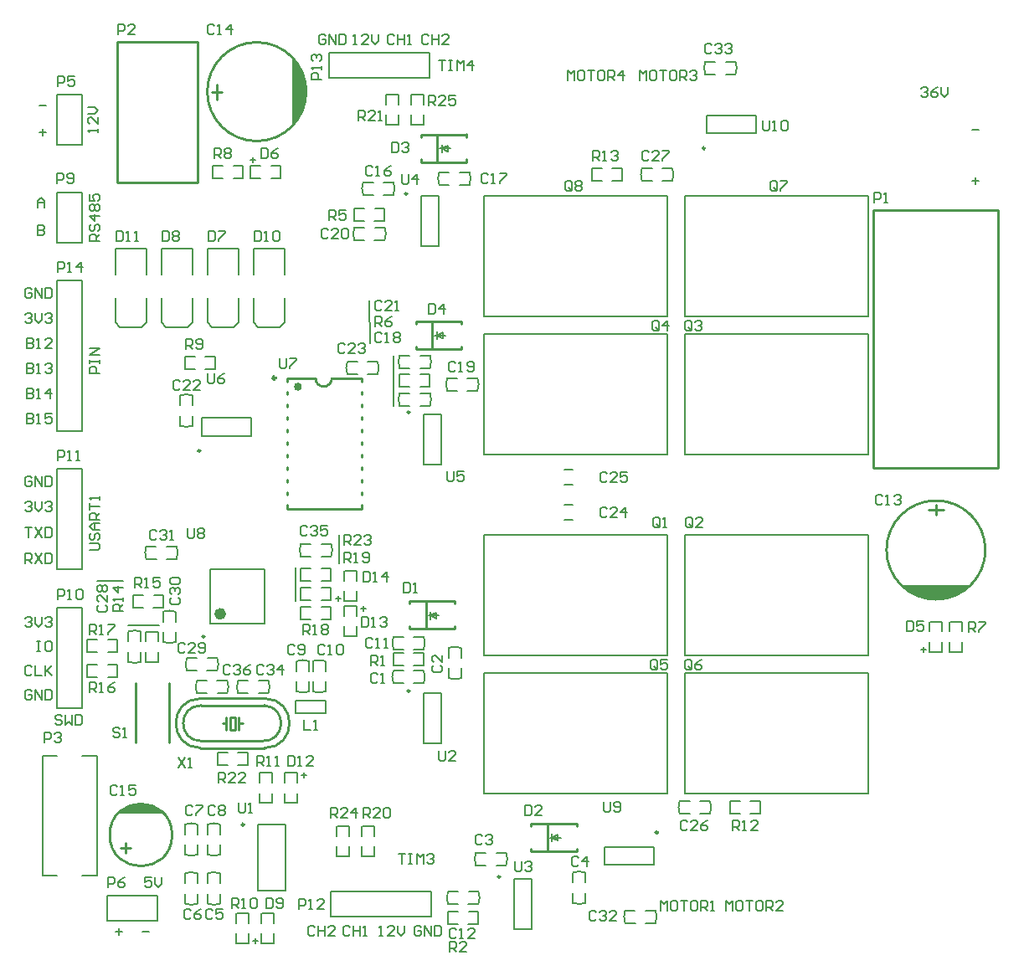
<source format=gto>
G04*
G04 #@! TF.GenerationSoftware,Altium Limited,Altium Designer,18.1.9 (240)*
G04*
G04 Layer_Color=65535*
%FSLAX25Y25*%
%MOIN*%
G70*
G01*
G75*
%ADD10C,0.00700*%
%ADD11C,0.01181*%
%ADD12C,0.01575*%
%ADD13C,0.01000*%
%ADD14C,0.00984*%
%ADD15C,0.02362*%
%ADD16C,0.00787*%
%ADD17C,0.00600*%
%ADD18C,0.00800*%
G36*
X41500Y62500D02*
X42067Y63128D01*
X43365Y64215D01*
X44802Y65111D01*
X46349Y65799D01*
X47977Y66265D01*
X49654Y66500D01*
X51346D01*
X53023Y66265D01*
X54651Y65799D01*
X56198Y65111D01*
X57635Y64215D01*
X58933Y63128D01*
X59500Y62500D01*
X59500Y62500D01*
X41500D01*
Y62500D01*
D02*
G37*
G36*
X110600Y364000D02*
Y336000D01*
X113600Y340000D01*
X115600Y346000D01*
X116600Y352000D01*
X115600Y356000D01*
X110600Y364000D01*
D02*
G37*
G36*
X381000Y153500D02*
X353000D01*
X357000Y150500D01*
X363000Y148500D01*
X369000Y147500D01*
X373000Y148500D01*
X381000Y153500D01*
D02*
G37*
D10*
X184827Y26565D02*
G03*
X184827Y31435I-6027J2435D01*
G01*
X172773D02*
G03*
X172773Y26565I6027J-2435D01*
G01*
X80827Y119565D02*
G03*
X80827Y124435I-6027J2435D01*
G01*
X68773D02*
G03*
X68773Y119565I6027J-2435D01*
G01*
X144727Y237565D02*
G03*
X144727Y242435I-6027J2435D01*
G01*
X132673D02*
G03*
X132673Y237565I6027J-2435D01*
G01*
X165578Y225065D02*
G03*
X165578Y229935I-6027J2435D01*
G01*
X153524D02*
G03*
X153524Y225065I6027J-2435D01*
G01*
X165578Y240065D02*
G03*
X165578Y244935I-6027J2435D01*
G01*
X153524D02*
G03*
X153524Y240065I6027J-2435D01*
G01*
X184476Y231065D02*
G03*
X184476Y235935I-6027J2435D01*
G01*
X172422D02*
G03*
X172422Y231065I6027J-2435D01*
G01*
X151027Y309065D02*
G03*
X151027Y313935I-6027J2435D01*
G01*
X138973D02*
G03*
X138973Y309065I6027J-2435D01*
G01*
X147527Y291065D02*
G03*
X147527Y295935I-6027J2435D01*
G01*
X135473D02*
G03*
X135473Y291065I6027J-2435D01*
G01*
X181275Y313065D02*
G03*
X181275Y317935I-6027J2435D01*
G01*
X169222D02*
G03*
X169222Y313065I6027J-2435D01*
G01*
X264973Y67435D02*
G03*
X264973Y62565I6027J-2435D01*
G01*
X277027D02*
G03*
X277027Y67435I-6027J2435D01*
G01*
X255327Y19065D02*
G03*
X255327Y23935I-6027J2435D01*
G01*
X243273D02*
G03*
X243273Y19065I6027J-2435D01*
G01*
X222565Y26973D02*
G03*
X227435Y26973I2435J6027D01*
G01*
Y39027D02*
G03*
X222565Y39027I-2435J-6027D01*
G01*
X72935Y38720D02*
G03*
X68065Y38720I-2435J-6027D01*
G01*
Y26667D02*
G03*
X72935Y26667I2435J6027D01*
G01*
X81935Y38720D02*
G03*
X77065Y38720I-2435J-6027D01*
G01*
Y26667D02*
G03*
X81935Y26667I2435J6027D01*
G01*
X64662Y164065D02*
G03*
X64662Y168935I-6027J2435D01*
G01*
X52609D02*
G03*
X52609Y164065I6027J-2435D01*
G01*
X59401Y130860D02*
G03*
X64271Y130860I2435J6027D01*
G01*
Y142913D02*
G03*
X59401Y142913I-2435J-6027D01*
G01*
X45565Y122960D02*
G03*
X50435Y122960I2435J6027D01*
G01*
Y135013D02*
G03*
X45565Y135013I-2435J-6027D01*
G01*
X118965Y111173D02*
G03*
X123835Y111173I2435J6027D01*
G01*
Y123227D02*
G03*
X118965Y123227I-2435J-6027D01*
G01*
X112565Y111173D02*
G03*
X117435Y111173I2435J6027D01*
G01*
Y123227D02*
G03*
X112565Y123227I-2435J-6027D01*
G01*
X101227Y110565D02*
G03*
X101227Y115435I-6027J2435D01*
G01*
X89173D02*
G03*
X89173Y110565I6027J-2435D01*
G01*
X72773Y115435D02*
G03*
X72773Y110565I6027J-2435D01*
G01*
X84827D02*
G03*
X84827Y115435I-6027J2435D01*
G01*
X173065Y116473D02*
G03*
X177935Y116473I2435J6027D01*
G01*
Y128527D02*
G03*
X173065Y128527I-2435J-6027D01*
G01*
X163078Y114565D02*
G03*
X163078Y119435I-6027J2435D01*
G01*
X151024D02*
G03*
X151024Y114565I6027J-2435D01*
G01*
X163078Y128065D02*
G03*
X163078Y132935I-6027J2435D01*
G01*
X151024D02*
G03*
X151024Y128065I6027J-2435D01*
G01*
X66065Y216973D02*
G03*
X70935Y216973I2435J6027D01*
G01*
Y229027D02*
G03*
X66065Y229027I-2435J-6027D01*
G01*
X249973Y319435D02*
G03*
X249973Y314565I6027J-2435D01*
G01*
X262027D02*
G03*
X262027Y319435I-6027J2435D01*
G01*
X183825Y46935D02*
G03*
X183825Y42065I6027J-2435D01*
G01*
X195878D02*
G03*
X195878Y46935I-6027J2435D01*
G01*
X81935Y58227D02*
G03*
X77065Y58227I-2435J-6027D01*
G01*
Y46173D02*
G03*
X81935Y46173I2435J6027D01*
G01*
X72935Y58227D02*
G03*
X68065Y58227I-2435J-6027D01*
G01*
Y46173D02*
G03*
X72935Y46173I2435J6027D01*
G01*
X287227Y357065D02*
G03*
X287227Y361935I-6027J2435D01*
G01*
X275173D02*
G03*
X275173Y357065I6027J-2435D01*
G01*
X126227Y165065D02*
G03*
X126227Y169935I-6027J2435D01*
G01*
X114173D02*
G03*
X114173Y165065I6027J-2435D01*
G01*
X55550Y144500D02*
X59500D01*
X47500D02*
X51450D01*
X55600Y149500D02*
X59500D01*
X47500D02*
X51400D01*
X47500Y144500D02*
Y149500D01*
X59500Y144500D02*
Y149400D01*
X180850Y26500D02*
X184800D01*
X172800D02*
X176750D01*
X180900Y31500D02*
X184800D01*
X172800D02*
X176700D01*
X11500Y37734D02*
Y85510D01*
X33154Y37734D02*
Y85510D01*
X27000D02*
X33154D01*
X11500D02*
X16913D01*
X27000Y37734D02*
X33154D01*
X11500D02*
X16913D01*
X133500Y53599D02*
Y57549D01*
Y45549D02*
Y49499D01*
X128500Y53649D02*
Y57549D01*
Y45549D02*
Y49449D01*
Y45549D02*
X133500D01*
X128600Y57549D02*
X133500D01*
X76850Y119500D02*
X80800D01*
X68800D02*
X72750D01*
X76900Y124500D02*
X80800D01*
X68800D02*
X72700D01*
X94200Y323000D02*
X96200D01*
X95200Y322000D02*
Y324000D01*
X102250Y315500D02*
X106200D01*
X94200D02*
X98150D01*
X102300Y320500D02*
X106200D01*
X94200D02*
X98100D01*
X94200Y315500D02*
Y320500D01*
X106200Y315500D02*
Y320400D01*
X151027Y244935D02*
X151051Y225000D01*
X141500Y267000D02*
X141600Y249988D01*
X45500Y137500D02*
X57635D01*
X33000Y155303D02*
X43376D01*
X112200Y147129D02*
Y160500D01*
X129500Y162126D02*
Y173500D01*
X114200Y147529D02*
Y152429D01*
X126200Y147429D02*
Y152429D01*
X122300Y147429D02*
X126200D01*
X114200D02*
X118100D01*
X122250Y152429D02*
X126200D01*
X114200D02*
X118150D01*
X122250Y155303D02*
X126200D01*
X114200D02*
X118150D01*
X122300Y160303D02*
X126200D01*
X114200D02*
X118100D01*
X114200Y155303D02*
Y160303D01*
X126200Y155303D02*
Y160203D01*
X140750Y237500D02*
X144700D01*
X132700D02*
X136650D01*
X140800Y242500D02*
X144700D01*
X132700D02*
X136600D01*
X161601Y232500D02*
X165551D01*
X153551D02*
X157501D01*
X161651Y237500D02*
X165551D01*
X153551D02*
X157451D01*
X153551Y232500D02*
Y237500D01*
X165551Y232500D02*
Y237400D01*
X161601Y225000D02*
X165551D01*
X153551D02*
X157501D01*
X161651Y230000D02*
X165551D01*
X153551D02*
X157451D01*
X161601Y240000D02*
X165551D01*
X153551D02*
X157501D01*
X161651Y245000D02*
X165551D01*
X153551D02*
X157451D01*
X180499Y231000D02*
X184449D01*
X172449D02*
X176399D01*
X180549Y236000D02*
X184449D01*
X172449D02*
X176349D01*
X147050Y309000D02*
X151000D01*
X139000D02*
X142950D01*
X147100Y314000D02*
X151000D01*
X139000D02*
X142900D01*
X143550Y298500D02*
X147500D01*
X135500D02*
X139450D01*
X143600Y303500D02*
X147500D01*
X135500D02*
X139400D01*
X135500Y298500D02*
Y303500D01*
X147500Y298500D02*
Y303400D01*
X143550Y291000D02*
X147500D01*
X135500D02*
X139450D01*
X143600Y296000D02*
X147500D01*
X135500D02*
X139400D01*
X177299Y313000D02*
X181249D01*
X169249D02*
X173199D01*
X177349Y318000D02*
X181249D01*
X169249D02*
X173149D01*
X158000Y336800D02*
Y340750D01*
Y344850D02*
Y348800D01*
X163000Y336800D02*
Y340700D01*
Y344900D02*
Y348800D01*
X158000D02*
X163000D01*
X158000Y336800D02*
X162900D01*
X148000D02*
Y340750D01*
Y344850D02*
Y348800D01*
X153000Y336800D02*
Y340700D01*
Y344900D02*
Y348800D01*
X148000D02*
X153000D01*
X148000Y336800D02*
X152900D01*
X187000Y260500D02*
Y308500D01*
X260000Y260500D02*
Y308500D01*
X187000Y260500D02*
X260000D01*
X187000Y308500D02*
X260000D01*
X340000Y260500D02*
Y308500D01*
X267000Y260500D02*
Y308500D01*
X340000D01*
X267000Y260500D02*
X340000D01*
X187000Y205500D02*
Y253500D01*
X260000Y205500D02*
Y253500D01*
X187000Y205500D02*
X260000D01*
X187000Y253500D02*
X260000D01*
X340000Y205500D02*
Y253500D01*
X267000Y205500D02*
Y253500D01*
X340000D01*
X267000Y205500D02*
X340000D01*
X187000Y70500D02*
Y118500D01*
X260000Y70500D02*
Y118500D01*
X187000Y70500D02*
X260000D01*
X187000Y118500D02*
X260000D01*
X340000Y70500D02*
Y118500D01*
X267000Y70500D02*
Y118500D01*
X340000D01*
X267000Y70500D02*
X340000D01*
X187000Y125500D02*
Y173500D01*
X260000Y125500D02*
Y173500D01*
X187000Y125500D02*
X260000D01*
X187000Y173500D02*
X260000D01*
X377500Y135050D02*
Y139000D01*
Y127000D02*
Y130950D01*
X372500Y135100D02*
Y139000D01*
Y127000D02*
Y130900D01*
Y127000D02*
X377500D01*
X372600Y139000D02*
X377500D01*
X362000Y127000D02*
Y129000D01*
X361000Y128000D02*
X363000D01*
X369500Y135050D02*
Y139000D01*
Y127000D02*
Y130950D01*
X364500Y135100D02*
Y139000D01*
Y127000D02*
Y130900D01*
Y127000D02*
X369500D01*
X364600Y139000D02*
X369500D01*
X293050Y62500D02*
X297000D01*
X285000D02*
X288950D01*
X293100Y67500D02*
X297000D01*
X285000D02*
X288900D01*
X285000Y62500D02*
Y67500D01*
X297000Y62500D02*
Y67400D01*
X265000Y67500D02*
X268950D01*
X273050D02*
X277000D01*
X265000Y62500D02*
X268900D01*
X273100D02*
X277000D01*
X251350Y19000D02*
X255300D01*
X243300D02*
X247250D01*
X251400Y24000D02*
X255300D01*
X243300D02*
X247200D01*
X222500Y27000D02*
Y30950D01*
Y35050D02*
Y39000D01*
X227500Y27000D02*
Y30900D01*
Y35100D02*
Y39000D01*
X180850Y18500D02*
X184800D01*
X172800D02*
X176750D01*
X180900Y23500D02*
X184800D01*
X172800D02*
X176700D01*
X172800Y18500D02*
Y23500D01*
X184800Y18500D02*
Y23400D01*
X73000Y34744D02*
Y38694D01*
Y26694D02*
Y30644D01*
X68000Y34794D02*
Y38694D01*
Y26694D02*
Y30594D01*
X82000Y34744D02*
Y38694D01*
Y26694D02*
Y30644D01*
X77000Y34794D02*
Y38694D01*
Y26694D02*
Y30594D01*
X60686Y164000D02*
X64636D01*
X52636D02*
X56586D01*
X60736Y169000D02*
X64636D01*
X52636D02*
X56536D01*
X59336Y130887D02*
Y134837D01*
Y138937D02*
Y142887D01*
X64336Y130887D02*
Y134787D01*
Y138987D02*
Y142887D01*
X52500Y122987D02*
Y126937D01*
Y131037D02*
Y134987D01*
X57500Y122987D02*
Y126887D01*
Y131087D02*
Y134987D01*
X52500D02*
X57500D01*
X52500Y122987D02*
X57400D01*
X45500D02*
Y126937D01*
Y131037D02*
Y134987D01*
X50500Y122987D02*
Y126887D01*
Y131087D02*
Y134987D01*
X29200Y132000D02*
X33150D01*
X37250D02*
X41200D01*
X29200Y127000D02*
X33100D01*
X37300D02*
X41200D01*
Y132000D01*
X29200Y127100D02*
Y132000D01*
Y122000D02*
X33150D01*
X37250D02*
X41200D01*
X29200Y117000D02*
X33100D01*
X37300D02*
X41200D01*
Y122000D01*
X29200Y117100D02*
Y122000D01*
X118900Y111200D02*
Y115150D01*
Y119250D02*
Y123200D01*
X123900Y111200D02*
Y115100D01*
Y119300D02*
Y123200D01*
X112500Y111200D02*
Y115150D01*
Y119250D02*
Y123200D01*
X117500Y111200D02*
Y115100D01*
Y119300D02*
Y123200D01*
X112200Y102500D02*
X124200D01*
X112200Y107500D02*
X124200D01*
X112200Y102500D02*
Y107500D01*
X124200Y102500D02*
Y107400D01*
X97250Y110500D02*
X101200D01*
X89200D02*
X93150D01*
X97300Y115500D02*
X101200D01*
X89200D02*
X93100D01*
X72800D02*
X76750D01*
X80850D02*
X84800D01*
X72800Y110500D02*
X76700D01*
X80900D02*
X84800D01*
X81000Y87000D02*
X84950D01*
X89050D02*
X93000D01*
X81000Y82000D02*
X84900D01*
X89100D02*
X93000D01*
Y87000D01*
X81000Y82100D02*
Y87000D01*
X115392Y76700D02*
Y78700D01*
X114392Y77700D02*
X116392D01*
X107892Y66700D02*
Y70650D01*
Y74750D02*
Y78700D01*
X112892Y66700D02*
Y70600D01*
Y74800D02*
Y78700D01*
X107892D02*
X112892D01*
X107892Y66700D02*
X112792D01*
X97892D02*
Y70650D01*
Y74750D02*
Y78700D01*
X102892Y66700D02*
Y70600D01*
Y74800D02*
Y78700D01*
X97892D02*
X102892D01*
X97892Y66700D02*
X102792D01*
X93500Y18850D02*
Y22800D01*
Y10800D02*
Y14750D01*
X88500Y18900D02*
Y22800D01*
Y10800D02*
Y14700D01*
Y10800D02*
X93500D01*
X88600Y22800D02*
X93500D01*
X96000Y10800D02*
Y12800D01*
X95000Y11800D02*
X97000D01*
X103500Y18850D02*
Y22800D01*
Y10800D02*
Y14750D01*
X98500Y18900D02*
Y22800D01*
Y10800D02*
Y14700D01*
Y10800D02*
X103500D01*
X98600Y22800D02*
X103500D01*
X173000Y116500D02*
Y120450D01*
Y124550D02*
Y128500D01*
X178000Y116500D02*
Y120400D01*
Y124600D02*
Y128500D01*
X159101Y114500D02*
X163051D01*
X151051D02*
X155001D01*
X159151Y119500D02*
X163051D01*
X151051D02*
X154951D01*
X159101Y121500D02*
X163051D01*
X151051D02*
X155001D01*
X159151Y126500D02*
X163051D01*
X151051D02*
X154951D01*
X151051Y121500D02*
Y126500D01*
X163051Y121500D02*
Y126400D01*
X159101Y128000D02*
X163051D01*
X151051D02*
X155001D01*
X159151Y133000D02*
X163051D01*
X151051D02*
X154951D01*
X139000Y143229D02*
Y145229D01*
X138000Y144229D02*
X140000D01*
X131500Y133229D02*
Y137179D01*
Y141279D02*
Y145229D01*
X136500Y133229D02*
Y137129D01*
Y141329D02*
Y145229D01*
X131500D02*
X136500D01*
X131500Y133229D02*
X136400D01*
X129000Y147129D02*
Y149129D01*
X128000Y148129D02*
X130000D01*
X136500Y155179D02*
Y159129D01*
Y147129D02*
Y151079D01*
X131500Y155229D02*
Y159129D01*
Y147129D02*
Y151029D01*
Y147129D02*
X136500D01*
X131600Y159129D02*
X136500D01*
X114200Y140029D02*
Y144929D01*
X126200Y139929D02*
Y144929D01*
X122300Y139929D02*
X126200D01*
X114200D02*
X118100D01*
X122250Y144929D02*
X126200D01*
X114200D02*
X118150D01*
X66000Y217000D02*
Y220950D01*
Y225050D02*
Y229000D01*
X71000Y217000D02*
Y220900D01*
Y225100D02*
Y229000D01*
X250000Y319500D02*
X253900D01*
X258100D02*
X262000D01*
X250000Y314500D02*
X253950D01*
X258050D02*
X262000D01*
X183851Y47000D02*
X187751D01*
X191951D02*
X195851D01*
X183851Y42000D02*
X187801D01*
X191901D02*
X195851D01*
X82000Y54300D02*
Y58200D01*
Y46200D02*
Y50100D01*
X77000Y54250D02*
Y58200D01*
Y46200D02*
Y50150D01*
X73000Y54300D02*
Y58200D01*
Y46200D02*
Y50100D01*
X68000Y54250D02*
Y58200D01*
Y46200D02*
Y50150D01*
X79200Y315600D02*
Y320500D01*
X91200Y315500D02*
Y320500D01*
X87300Y315500D02*
X91200D01*
X79200D02*
X83100D01*
X87250Y320500D02*
X91200D01*
X79200D02*
X83150D01*
X68000Y239600D02*
Y244500D01*
X80000Y239500D02*
Y244500D01*
X76100Y239500D02*
X80000D01*
X68000D02*
X71900D01*
X76050Y244500D02*
X80000D01*
X68000D02*
X71950D01*
X267000Y125500D02*
X340000D01*
X267000Y173500D02*
X340000D01*
X267000Y125500D02*
Y173500D01*
X340000Y125500D02*
Y173500D01*
X230000Y314600D02*
Y319500D01*
X242000Y314500D02*
Y319500D01*
X238100Y314500D02*
X242000D01*
X230000D02*
X233900D01*
X238050Y319500D02*
X242000D01*
X230000D02*
X233950D01*
X283300Y357000D02*
X287200D01*
X275200D02*
X279100D01*
X283250Y362000D02*
X287200D01*
X275200D02*
X279150D01*
X138600Y57549D02*
X143500D01*
X138500Y45549D02*
X143500D01*
X138500D02*
Y49449D01*
Y53649D02*
Y57549D01*
X143500Y45549D02*
Y49499D01*
Y53599D02*
Y57549D01*
X122300Y165000D02*
X126200D01*
X114200D02*
X118100D01*
X122250Y170000D02*
X126200D01*
X114200D02*
X118150D01*
D11*
X104091Y236005D02*
G03*
X104091Y235995I-591J-5D01*
G01*
D12*
X113787Y232505D02*
G03*
X113787Y232495I-787J-5D01*
G01*
D13*
X120000Y235877D02*
G03*
X126500Y235777I3250J-50D01*
G01*
X386680Y167500D02*
G03*
X386680Y167500I-19680J0D01*
G01*
X99800Y88660D02*
G03*
X99795Y108343I-34J9841D01*
G01*
X74200Y108340D02*
G03*
X74205Y88657I34J-9841D01*
G01*
X98810Y91410D02*
G03*
X99598Y105587I368J7090D01*
G01*
X74400Y105590D02*
G03*
X74402Y91413I1J-7088D01*
G01*
X62900Y54000D02*
G03*
X62900Y54000I-12400J0D01*
G01*
X116280Y350000D02*
G03*
X116280Y350000I-19680J0D01*
G01*
X138260Y234591D02*
Y236000D01*
Y229591D02*
Y230409D01*
Y224591D02*
Y225409D01*
Y219591D02*
Y220409D01*
Y214591D02*
Y215409D01*
Y209591D02*
Y210409D01*
Y204591D02*
Y205409D01*
Y199591D02*
Y200409D01*
Y194591D02*
Y195409D01*
Y189591D02*
Y190409D01*
Y184000D02*
Y185409D01*
X108740Y184000D02*
X138260D01*
X108740D02*
Y185409D01*
Y189591D02*
Y190409D01*
Y194591D02*
Y195409D01*
Y199591D02*
Y200409D01*
Y204591D02*
Y205409D01*
Y209591D02*
Y210409D01*
Y214591D02*
Y215409D01*
Y219591D02*
Y220409D01*
Y224591D02*
Y225409D01*
Y229591D02*
Y230409D01*
Y234591D02*
Y236000D01*
X126500D02*
X138260D01*
X108740D02*
X120000D01*
X160000Y247488D02*
Y248547D01*
Y257453D02*
Y258500D01*
X178055D01*
X166500Y247488D02*
Y258500D01*
X159945Y247488D02*
X178055D01*
Y257453D02*
Y258512D01*
Y247488D02*
Y248547D01*
X162000Y321988D02*
Y323047D01*
Y331953D02*
Y333000D01*
X180055D01*
X168500Y321988D02*
Y333000D01*
X161945Y321988D02*
X180055D01*
Y331953D02*
Y333012D01*
Y321988D02*
Y323047D01*
X364000Y183500D02*
X370000D01*
X367000Y181500D02*
Y185500D01*
X61693Y90909D02*
Y114532D01*
X48307D02*
X48307Y90909D01*
X74402Y91413D02*
X98811D01*
X74205Y88657D02*
X99795D01*
X74402Y105587D02*
X99598D01*
X74205Y108343D02*
X99795D01*
X86000Y96000D02*
Y101000D01*
Y96000D02*
X88000D01*
Y101000D01*
X86000D02*
X88000D01*
X84500Y98500D02*
Y101000D01*
Y96000D02*
Y98500D01*
X83000D02*
X84500D01*
X89500D02*
Y101000D01*
Y96000D02*
Y98500D01*
X91000D01*
X391803Y200319D02*
Y302681D01*
X342197Y200319D02*
X391803D01*
X342197Y200319D02*
Y302681D01*
X391803D01*
X73000Y313700D02*
Y369700D01*
X41000Y313700D02*
X73000D01*
X41000D02*
Y369700D01*
X73000D01*
X223929Y47488D02*
Y48547D01*
Y57453D02*
Y58512D01*
X205819Y47488D02*
X223929D01*
X212374D02*
Y58500D01*
X205874D02*
X223929D01*
X205874Y57453D02*
Y58500D01*
Y47488D02*
Y48547D01*
X175555Y136043D02*
Y137102D01*
Y146008D02*
Y147067D01*
X157445Y136043D02*
X175555D01*
X164000D02*
Y147055D01*
X157500D02*
X175555D01*
X157500Y146008D02*
Y147055D01*
Y136043D02*
Y137102D01*
X44500Y47000D02*
Y51000D01*
X42500Y49000D02*
X46500D01*
X78600Y350000D02*
X82600D01*
X80600Y347000D02*
Y353000D01*
D14*
X156543Y309347D02*
G03*
X156543Y309347I-492J0D01*
G01*
X275146Y327500D02*
G03*
X275146Y327500I-492J0D01*
G01*
X193543Y37347D02*
G03*
X193543Y37347I-492J0D01*
G01*
X91575Y58138D02*
G03*
X91575Y58138I-492J0D01*
G01*
X157543Y111346D02*
G03*
X157543Y111346I-492J0D01*
G01*
Y222346D02*
G03*
X157543Y222346I-492J0D01*
G01*
X74146Y207051D02*
G03*
X74146Y207051I-492J0D01*
G01*
X256339Y55000D02*
G03*
X256339Y55000I-492J0D01*
G01*
X75862Y133000D02*
G03*
X75862Y133000I-492J0D01*
G01*
D15*
X83244Y142055D02*
G03*
X83244Y142055I-1181J0D01*
G01*
D16*
X166000Y21500D02*
Y31500D01*
X126000Y21500D02*
X166000D01*
X126000Y31500D02*
X166000D01*
X126000Y21500D02*
Y31500D01*
X165500Y355500D02*
Y365500D01*
X125500Y355500D02*
X165500D01*
X125500Y365500D02*
X165500D01*
X125500Y355500D02*
Y365500D01*
X27000Y290000D02*
Y310000D01*
X17000D02*
X27000D01*
X17000Y290000D02*
Y310000D01*
Y290000D02*
X27000D01*
X161957Y288657D02*
X169043D01*
X161957Y308343D02*
X169043D01*
Y288657D02*
Y308343D01*
X161957Y288657D02*
Y308343D01*
X295342Y333405D02*
Y340492D01*
X275658Y333405D02*
Y340492D01*
X295342D01*
X275658Y333405D02*
X295342D01*
X198957Y16657D02*
X206043D01*
X198957Y36342D02*
X206043D01*
Y16657D02*
Y36342D01*
X198957Y16657D02*
Y36342D01*
X96988Y31760D02*
X108012D01*
X96988Y58138D02*
X108012D01*
Y31760D02*
Y58138D01*
X96988Y31760D02*
Y58138D01*
X219110Y185453D02*
X222260D01*
X219110Y179547D02*
X222260D01*
X219110Y199453D02*
X222260D01*
X219110Y193547D02*
X222260D01*
X162957Y90658D02*
X170043D01*
X162957Y110343D02*
X170043D01*
Y90658D02*
Y110343D01*
X162957Y90658D02*
Y110343D01*
Y201658D02*
X170043D01*
X162957Y221342D02*
X170043D01*
Y201658D02*
Y221342D01*
X162957Y201658D02*
Y221342D01*
X94342Y212957D02*
Y220043D01*
X74657Y212957D02*
Y220043D01*
X94342D01*
X74657Y212957D02*
X94342D01*
X40398Y258080D02*
Y267726D01*
X52602Y258080D02*
Y267726D01*
Y277175D02*
Y287411D01*
X40398Y277175D02*
Y287411D01*
X42169Y256309D02*
X50831D01*
X52602Y258080D01*
X40398D02*
X42169Y256309D01*
X40398Y287411D02*
X52602D01*
X95398Y258080D02*
Y267726D01*
X107602Y258080D02*
Y267726D01*
Y277175D02*
Y287411D01*
X95398Y277175D02*
Y287411D01*
X97169Y256309D02*
X105831D01*
X107602Y258080D01*
X95398D02*
X97169Y256309D01*
X95398Y287411D02*
X107602D01*
X58731Y258080D02*
Y267726D01*
X70936Y258080D02*
Y267726D01*
Y277175D02*
Y287411D01*
X58731Y277175D02*
Y287411D01*
X60503Y256309D02*
X69164D01*
X70936Y258080D01*
X58731D02*
X60503Y256309D01*
X58731Y287411D02*
X70936D01*
X77064Y258080D02*
Y267726D01*
X89269Y258080D02*
Y267726D01*
Y277175D02*
Y287411D01*
X77064Y277175D02*
Y287411D01*
X78836Y256309D02*
X87497D01*
X89269Y258080D01*
X77064D02*
X78836Y256309D01*
X77064Y287411D02*
X89269D01*
X235157Y42008D02*
Y49095D01*
X254842Y42008D02*
Y49095D01*
X235157Y42008D02*
X254842D01*
X235157Y49095D02*
X254842D01*
X37000Y20000D02*
Y30000D01*
X57000D01*
Y20000D02*
Y30000D01*
X37000Y20000D02*
X57000D01*
X17000Y329000D02*
X27000D01*
X17000D02*
Y349000D01*
X27000D01*
Y329000D02*
Y349000D01*
X17000Y104500D02*
X27000D01*
X17000D02*
Y144500D01*
X27000Y104500D02*
Y144500D01*
X17000D02*
X27000D01*
X99779Y138118D02*
Y159772D01*
X78126Y138118D02*
Y159772D01*
X99779D01*
X78126Y138118D02*
X99779D01*
X17000Y200000D02*
X27000D01*
Y160000D02*
Y200000D01*
X17000Y160000D02*
Y200000D01*
Y160000D02*
X27000D01*
X17000Y215000D02*
X27000D01*
X17000Y275000D02*
X27000D01*
Y215000D02*
Y275000D01*
X17000Y215000D02*
Y275000D01*
D17*
X168348Y252923D02*
X170600Y254100D01*
X167400Y253000D02*
X171700D01*
X168348Y252923D02*
Y254423D01*
Y251423D02*
Y252923D01*
X170482Y251738D01*
X170600D02*
Y254100D01*
X170348Y327423D02*
X172600Y328600D01*
X169400Y327500D02*
X173700D01*
X170348Y327423D02*
Y328923D01*
Y325923D02*
Y327423D01*
X172482Y326238D01*
X172600D02*
Y328600D01*
X216474Y51738D02*
Y54100D01*
X214222Y52923D02*
X216356Y51738D01*
X214222Y51423D02*
Y52923D01*
Y54423D01*
X213274Y53000D02*
X217574D01*
X214222Y52923D02*
X216474Y54100D01*
X168100Y140293D02*
Y142655D01*
X165848Y141478D02*
X167982Y140293D01*
X165848Y139978D02*
Y141478D01*
Y142978D01*
X164900Y141555D02*
X169200D01*
X165848Y141478D02*
X168100Y142655D01*
D18*
X283500Y24000D02*
Y27999D01*
X284833Y26666D01*
X286166Y27999D01*
Y24000D01*
X289498Y27999D02*
X288165D01*
X287499Y27332D01*
Y24667D01*
X288165Y24000D01*
X289498D01*
X290164Y24667D01*
Y27332D01*
X289498Y27999D01*
X291497D02*
X294163D01*
X292830D01*
Y24000D01*
X297496Y27999D02*
X296163D01*
X295496Y27332D01*
Y24667D01*
X296163Y24000D01*
X297496D01*
X298162Y24667D01*
Y27332D01*
X297496Y27999D01*
X299495Y24000D02*
Y27999D01*
X301494D01*
X302161Y27332D01*
Y25999D01*
X301494Y25333D01*
X299495D01*
X300828D02*
X302161Y24000D01*
X306159D02*
X303494D01*
X306159Y26666D01*
Y27332D01*
X305493Y27999D01*
X304160D01*
X303494Y27332D01*
X257500Y24000D02*
Y27999D01*
X258833Y26666D01*
X260166Y27999D01*
Y24000D01*
X263498Y27999D02*
X262165D01*
X261499Y27332D01*
Y24667D01*
X262165Y24000D01*
X263498D01*
X264164Y24667D01*
Y27332D01*
X263498Y27999D01*
X265497D02*
X268163D01*
X266830D01*
Y24000D01*
X271496Y27999D02*
X270163D01*
X269496Y27332D01*
Y24667D01*
X270163Y24000D01*
X271496D01*
X272162Y24667D01*
Y27332D01*
X271496Y27999D01*
X273495Y24000D02*
Y27999D01*
X275494D01*
X276161Y27332D01*
Y25999D01*
X275494Y25333D01*
X273495D01*
X274828D02*
X276161Y24000D01*
X277494D02*
X278826D01*
X278160D01*
Y27999D01*
X277494Y27332D01*
X249000Y354500D02*
Y358499D01*
X250333Y357166D01*
X251666Y358499D01*
Y354500D01*
X254998Y358499D02*
X253665D01*
X252999Y357832D01*
Y355166D01*
X253665Y354500D01*
X254998D01*
X255664Y355166D01*
Y357832D01*
X254998Y358499D01*
X256997D02*
X259663D01*
X258330D01*
Y354500D01*
X262996Y358499D02*
X261663D01*
X260996Y357832D01*
Y355166D01*
X261663Y354500D01*
X262996D01*
X263662Y355166D01*
Y357832D01*
X262996Y358499D01*
X264995Y354500D02*
Y358499D01*
X266994D01*
X267661Y357832D01*
Y356499D01*
X266994Y355833D01*
X264995D01*
X266328D02*
X267661Y354500D01*
X268994Y357832D02*
X269660Y358499D01*
X270993D01*
X271659Y357832D01*
Y357166D01*
X270993Y356499D01*
X270326D01*
X270993D01*
X271659Y355833D01*
Y355166D01*
X270993Y354500D01*
X269660D01*
X268994Y355166D01*
X220500Y354500D02*
Y358499D01*
X221833Y357166D01*
X223166Y358499D01*
Y354500D01*
X226498Y358499D02*
X225165D01*
X224499Y357832D01*
Y355166D01*
X225165Y354500D01*
X226498D01*
X227165Y355166D01*
Y357832D01*
X226498Y358499D01*
X228497D02*
X231163D01*
X229830D01*
Y354500D01*
X234495Y358499D02*
X233163D01*
X232496Y357832D01*
Y355166D01*
X233163Y354500D01*
X234495D01*
X235162Y355166D01*
Y357832D01*
X234495Y358499D01*
X236495Y354500D02*
Y358499D01*
X238494D01*
X239161Y357832D01*
Y356499D01*
X238494Y355833D01*
X236495D01*
X237828D02*
X239161Y354500D01*
X242493D02*
Y358499D01*
X240494Y356499D01*
X243159D01*
X381500Y314499D02*
X384166D01*
X382833Y315832D02*
Y313166D01*
X381500Y334999D02*
X384166D01*
X361000Y351332D02*
X361666Y351999D01*
X362999D01*
X363666Y351332D01*
Y350666D01*
X362999Y349999D01*
X362333D01*
X362999D01*
X363666Y349333D01*
Y348666D01*
X362999Y348000D01*
X361666D01*
X361000Y348666D01*
X367665Y351999D02*
X366332Y351332D01*
X364999Y349999D01*
Y348666D01*
X365665Y348000D01*
X366998D01*
X367665Y348666D01*
Y349333D01*
X366998Y349999D01*
X364999D01*
X368997Y351999D02*
Y349333D01*
X370330Y348000D01*
X371663Y349333D01*
Y351999D01*
X165166Y372332D02*
X164499Y372999D01*
X163166D01*
X162500Y372332D01*
Y369666D01*
X163166Y369000D01*
X164499D01*
X165166Y369666D01*
X166499Y372999D02*
Y369000D01*
Y370999D01*
X169165D01*
Y372999D01*
Y369000D01*
X173163D02*
X170497D01*
X173163Y371666D01*
Y372332D01*
X172497Y372999D01*
X171164D01*
X170497Y372332D01*
X151499D02*
X150833Y372999D01*
X149500D01*
X148833Y372332D01*
Y369666D01*
X149500Y369000D01*
X150833D01*
X151499Y369666D01*
X152832Y372999D02*
Y369000D01*
Y370999D01*
X155498D01*
Y372999D01*
Y369000D01*
X156831D02*
X158164D01*
X157497D01*
Y372999D01*
X156831Y372332D01*
X135167Y369000D02*
X136500D01*
X135833D01*
Y372999D01*
X135167Y372332D01*
X141165Y369000D02*
X138499D01*
X141165Y371666D01*
Y372332D01*
X140498Y372999D01*
X139165D01*
X138499Y372332D01*
X142498Y372999D02*
Y370333D01*
X143831Y369000D01*
X145163Y370333D01*
Y372999D01*
X124166Y372332D02*
X123499Y372999D01*
X122167D01*
X121500Y372332D01*
Y369666D01*
X122167Y369000D01*
X123499D01*
X124166Y369666D01*
Y370999D01*
X122833D01*
X125499Y369000D02*
Y372999D01*
X128165Y369000D01*
Y372999D01*
X129497D02*
Y369000D01*
X131497D01*
X132163Y369666D01*
Y372332D01*
X131497Y372999D01*
X129497D01*
X169000Y362499D02*
X171666D01*
X170333D01*
Y358500D01*
X172999Y362499D02*
X174332D01*
X173665D01*
Y358500D01*
X172999D01*
X174332D01*
X176331D02*
Y362499D01*
X177664Y361166D01*
X178997Y362499D01*
Y358500D01*
X182329D02*
Y362499D01*
X180330Y360499D01*
X182995D01*
X153000Y46499D02*
X155666D01*
X154333D01*
Y42500D01*
X156999Y46499D02*
X158332D01*
X157665D01*
Y42500D01*
X156999D01*
X158332D01*
X160331D02*
Y46499D01*
X161664Y45166D01*
X162997Y46499D01*
Y42500D01*
X164330Y45832D02*
X164996Y46499D01*
X166329D01*
X166996Y45832D01*
Y45166D01*
X166329Y44499D01*
X165663D01*
X166329D01*
X166996Y43833D01*
Y43166D01*
X166329Y42500D01*
X164996D01*
X164330Y43166D01*
X162166Y17332D02*
X161499Y17999D01*
X160166D01*
X159500Y17332D01*
Y14667D01*
X160166Y14000D01*
X161499D01*
X162166Y14667D01*
Y15999D01*
X160833D01*
X163499Y14000D02*
Y17999D01*
X166165Y14000D01*
Y17999D01*
X167497D02*
Y14000D01*
X169497D01*
X170163Y14667D01*
Y17332D01*
X169497Y17999D01*
X167497D01*
X145333Y14000D02*
X146666D01*
X146000D01*
Y17999D01*
X145333Y17332D01*
X151331Y14000D02*
X148666D01*
X151331Y16666D01*
Y17332D01*
X150665Y17999D01*
X149332D01*
X148666Y17332D01*
X152664Y17999D02*
Y15333D01*
X153997Y14000D01*
X155330Y15333D01*
Y17999D01*
X133833Y17332D02*
X133166Y17999D01*
X131833D01*
X131167Y17332D01*
Y14667D01*
X131833Y14000D01*
X133166D01*
X133833Y14667D01*
X135165Y17999D02*
Y14000D01*
Y15999D01*
X137831D01*
Y17999D01*
Y14000D01*
X139164D02*
X140497D01*
X139831D01*
Y17999D01*
X139164Y17332D01*
X119666D02*
X118999Y17999D01*
X117666D01*
X117000Y17332D01*
Y14667D01*
X117666Y14000D01*
X118999D01*
X119666Y14667D01*
X120999Y17999D02*
Y14000D01*
Y15999D01*
X123664D01*
Y17999D01*
Y14000D01*
X127663D02*
X124997D01*
X127663Y16666D01*
Y17332D01*
X126997Y17999D01*
X125664D01*
X124997Y17332D01*
X51000Y15499D02*
X53666D01*
X40500D02*
X43166D01*
X41833Y16832D02*
Y14166D01*
X54666Y37199D02*
X52000D01*
Y35199D01*
X53333Y35866D01*
X53999D01*
X54666Y35199D01*
Y33866D01*
X53999Y33200D01*
X52666D01*
X52000Y33866D01*
X55999Y37199D02*
Y34533D01*
X57332Y33200D01*
X58665Y34533D01*
Y37199D01*
X19166Y101332D02*
X18499Y101999D01*
X17166D01*
X16500Y101332D01*
Y100666D01*
X17166Y99999D01*
X18499D01*
X19166Y99333D01*
Y98666D01*
X18499Y98000D01*
X17166D01*
X16500Y98666D01*
X20499Y101999D02*
Y98000D01*
X21832Y99333D01*
X23165Y98000D01*
Y101999D01*
X24497D02*
Y98000D01*
X26497D01*
X27163Y98666D01*
Y101332D01*
X26497Y101999D01*
X24497D01*
X30001Y167500D02*
X33334D01*
X34000Y168166D01*
Y169499D01*
X33334Y170166D01*
X30001D01*
X30668Y174164D02*
X30001Y173498D01*
Y172165D01*
X30668Y171499D01*
X31334D01*
X32001Y172165D01*
Y173498D01*
X32667Y174164D01*
X33334D01*
X34000Y173498D01*
Y172165D01*
X33334Y171499D01*
X34000Y175497D02*
X31334D01*
X30001Y176830D01*
X31334Y178163D01*
X34000D01*
X32001D01*
Y175497D01*
X34000Y179496D02*
X30001D01*
Y181495D01*
X30668Y182162D01*
X32001D01*
X32667Y181495D01*
Y179496D01*
Y180829D02*
X34000Y182162D01*
X30001Y183495D02*
Y186161D01*
Y184828D01*
X34000D01*
Y187494D02*
Y188826D01*
Y188160D01*
X30001D01*
X30668Y187494D01*
X34000Y238000D02*
X30001D01*
Y239999D01*
X30668Y240666D01*
X32001D01*
X32667Y239999D01*
Y238000D01*
X30001Y241999D02*
Y243332D01*
Y242665D01*
X34000D01*
Y241999D01*
Y243332D01*
Y245331D02*
X30001D01*
X34000Y247997D01*
X30001D01*
X33500Y334000D02*
Y335333D01*
Y334666D01*
X29501D01*
X30168Y334000D01*
X33500Y339998D02*
Y337332D01*
X30834Y339998D01*
X30168D01*
X29501Y339332D01*
Y337999D01*
X30168Y337332D01*
X29501Y341331D02*
X32167D01*
X33500Y342664D01*
X32167Y343997D01*
X29501D01*
X10000Y344499D02*
X12666D01*
X10000Y333999D02*
X12666D01*
X11333Y335332D02*
Y332666D01*
X34000Y290600D02*
X30001D01*
Y292599D01*
X30668Y293266D01*
X32001D01*
X32667Y292599D01*
Y290600D01*
Y291933D02*
X34000Y293266D01*
X30668Y297265D02*
X30001Y296598D01*
Y295265D01*
X30668Y294599D01*
X31334D01*
X32001Y295265D01*
Y296598D01*
X32667Y297265D01*
X33334D01*
X34000Y296598D01*
Y295265D01*
X33334Y294599D01*
X34000Y300597D02*
X30001D01*
X32001Y298597D01*
Y301263D01*
X30668Y302596D02*
X30001Y303263D01*
Y304595D01*
X30668Y305262D01*
X31334D01*
X32001Y304595D01*
X32667Y305262D01*
X33334D01*
X34000Y304595D01*
Y303263D01*
X33334Y302596D01*
X32667D01*
X32001Y303263D01*
X31334Y302596D01*
X30668D01*
X32001Y303263D02*
Y304595D01*
X30001Y309261D02*
Y306595D01*
X32001D01*
X31334Y307928D01*
Y308594D01*
X32001Y309261D01*
X33334D01*
X34000Y308594D01*
Y307261D01*
X33334Y306595D01*
X9500Y296999D02*
Y293000D01*
X11499D01*
X12166Y293666D01*
Y294333D01*
X11499Y294999D01*
X9500D01*
X11499D01*
X12166Y295666D01*
Y296332D01*
X11499Y296999D01*
X9500D01*
Y304000D02*
Y306666D01*
X10833Y307999D01*
X12166Y306666D01*
Y304000D01*
Y305999D01*
X9500D01*
X7166Y271332D02*
X6499Y271999D01*
X5166D01*
X4500Y271332D01*
Y268666D01*
X5166Y268000D01*
X6499D01*
X7166Y268666D01*
Y269999D01*
X5833D01*
X8499Y268000D02*
Y271999D01*
X11164Y268000D01*
Y271999D01*
X12497D02*
Y268000D01*
X14497D01*
X15163Y268666D01*
Y271332D01*
X14497Y271999D01*
X12497D01*
X4500Y261332D02*
X5166Y261999D01*
X6499D01*
X7166Y261332D01*
Y260666D01*
X6499Y259999D01*
X5833D01*
X6499D01*
X7166Y259333D01*
Y258666D01*
X6499Y258000D01*
X5166D01*
X4500Y258666D01*
X8499Y261999D02*
Y259333D01*
X9832Y258000D01*
X11164Y259333D01*
Y261999D01*
X12497Y261332D02*
X13164Y261999D01*
X14497D01*
X15163Y261332D01*
Y260666D01*
X14497Y259999D01*
X13830D01*
X14497D01*
X15163Y259333D01*
Y258666D01*
X14497Y258000D01*
X13164D01*
X12497Y258666D01*
X5166Y251999D02*
Y248000D01*
X7166D01*
X7832Y248666D01*
Y249333D01*
X7166Y249999D01*
X5166D01*
X7166D01*
X7832Y250666D01*
Y251332D01*
X7166Y251999D01*
X5166D01*
X9165Y248000D02*
X10498D01*
X9832D01*
Y251999D01*
X9165Y251332D01*
X15163Y248000D02*
X12497D01*
X15163Y250666D01*
Y251332D01*
X14497Y251999D01*
X13164D01*
X12497Y251332D01*
X5166Y241999D02*
Y238000D01*
X7166D01*
X7832Y238666D01*
Y239333D01*
X7166Y239999D01*
X5166D01*
X7166D01*
X7832Y240666D01*
Y241332D01*
X7166Y241999D01*
X5166D01*
X9165Y238000D02*
X10498D01*
X9832D01*
Y241999D01*
X9165Y241332D01*
X12497D02*
X13164Y241999D01*
X14497D01*
X15163Y241332D01*
Y240666D01*
X14497Y239999D01*
X13830D01*
X14497D01*
X15163Y239333D01*
Y238666D01*
X14497Y238000D01*
X13164D01*
X12497Y238666D01*
X5166Y231999D02*
Y228000D01*
X7166D01*
X7832Y228666D01*
Y229333D01*
X7166Y229999D01*
X5166D01*
X7166D01*
X7832Y230666D01*
Y231332D01*
X7166Y231999D01*
X5166D01*
X9165Y228000D02*
X10498D01*
X9832D01*
Y231999D01*
X9165Y231332D01*
X14497Y228000D02*
Y231999D01*
X12497Y229999D01*
X15163D01*
X5166Y221999D02*
Y218000D01*
X7166D01*
X7832Y218666D01*
Y219333D01*
X7166Y219999D01*
X5166D01*
X7166D01*
X7832Y220666D01*
Y221332D01*
X7166Y221999D01*
X5166D01*
X9165Y218000D02*
X10498D01*
X9832D01*
Y221999D01*
X9165Y221332D01*
X15163Y221999D02*
X12497D01*
Y219999D01*
X13830Y220666D01*
X14497D01*
X15163Y219999D01*
Y218666D01*
X14497Y218000D01*
X13164D01*
X12497Y218666D01*
X7166Y196332D02*
X6499Y196999D01*
X5166D01*
X4500Y196332D01*
Y193666D01*
X5166Y193000D01*
X6499D01*
X7166Y193666D01*
Y194999D01*
X5833D01*
X8499Y193000D02*
Y196999D01*
X11164Y193000D01*
Y196999D01*
X12497D02*
Y193000D01*
X14497D01*
X15163Y193666D01*
Y196332D01*
X14497Y196999D01*
X12497D01*
X4500Y186041D02*
X5166Y186707D01*
X6499D01*
X7166Y186041D01*
Y185374D01*
X6499Y184708D01*
X5833D01*
X6499D01*
X7166Y184042D01*
Y183375D01*
X6499Y182709D01*
X5166D01*
X4500Y183375D01*
X8499Y186707D02*
Y184042D01*
X9832Y182709D01*
X11164Y184042D01*
Y186707D01*
X12497Y186041D02*
X13164Y186707D01*
X14497D01*
X15163Y186041D01*
Y185374D01*
X14497Y184708D01*
X13830D01*
X14497D01*
X15163Y184042D01*
Y183375D01*
X14497Y182709D01*
X13164D01*
X12497Y183375D01*
X4500Y176416D02*
X7166D01*
X5833D01*
Y172417D01*
X8499Y176416D02*
X11164Y172417D01*
Y176416D02*
X8499Y172417D01*
X12497Y176416D02*
Y172417D01*
X14497D01*
X15163Y173084D01*
Y175750D01*
X14497Y176416D01*
X12497D01*
X4500Y162126D02*
Y166125D01*
X6499D01*
X7166Y165458D01*
Y164125D01*
X6499Y163459D01*
X4500D01*
X5833D02*
X7166Y162126D01*
X8499Y166125D02*
X11164Y162126D01*
Y166125D02*
X8499Y162126D01*
X12497Y166125D02*
Y162126D01*
X14497D01*
X15163Y162793D01*
Y165458D01*
X14497Y166125D01*
X12497D01*
X4500Y140332D02*
X5166Y140999D01*
X6499D01*
X7166Y140332D01*
Y139666D01*
X6499Y138999D01*
X5833D01*
X6499D01*
X7166Y138333D01*
Y137666D01*
X6499Y137000D01*
X5166D01*
X4500Y137666D01*
X8499Y140999D02*
Y138333D01*
X9832Y137000D01*
X11164Y138333D01*
Y140999D01*
X12497Y140332D02*
X13164Y140999D01*
X14497D01*
X15163Y140332D01*
Y139666D01*
X14497Y138999D01*
X13830D01*
X14497D01*
X15163Y138333D01*
Y137666D01*
X14497Y137000D01*
X13164D01*
X12497Y137666D01*
X7166Y111159D02*
X6499Y111825D01*
X5166D01*
X4500Y111159D01*
Y108493D01*
X5166Y107826D01*
X6499D01*
X7166Y108493D01*
Y109826D01*
X5833D01*
X8499Y107826D02*
Y111825D01*
X11164Y107826D01*
Y111825D01*
X12497D02*
Y107826D01*
X14497D01*
X15163Y108493D01*
Y111159D01*
X14497Y111825D01*
X12497D01*
X9165Y131274D02*
X10498D01*
X9832D01*
Y127275D01*
X9165D01*
X10498D01*
X14497Y131274D02*
X13164D01*
X12497Y130608D01*
Y127942D01*
X13164Y127275D01*
X14497D01*
X15163Y127942D01*
Y130608D01*
X14497Y131274D01*
X7166Y120883D02*
X6499Y121549D01*
X5166D01*
X4500Y120883D01*
Y118217D01*
X5166Y117551D01*
X6499D01*
X7166Y118217D01*
X8499Y121549D02*
Y117551D01*
X11164D01*
X12497Y121549D02*
Y117551D01*
Y118884D01*
X15163Y121549D01*
X13164Y119550D01*
X15163Y117551D01*
X47900Y152608D02*
Y156607D01*
X49899D01*
X50566Y155940D01*
Y154607D01*
X49899Y153941D01*
X47900D01*
X49233D02*
X50566Y152608D01*
X51899D02*
X53232D01*
X52565D01*
Y156607D01*
X51899Y155940D01*
X57897Y156607D02*
X55231D01*
Y154607D01*
X56564Y155274D01*
X57230D01*
X57897Y154607D01*
Y153274D01*
X57230Y152608D01*
X55897D01*
X55231Y153274D01*
X113500Y24500D02*
Y28499D01*
X115499D01*
X116166Y27832D01*
Y26499D01*
X115499Y25833D01*
X113500D01*
X117499Y24500D02*
X118832D01*
X118165D01*
Y28499D01*
X117499Y27832D01*
X123497Y24500D02*
X120831D01*
X123497Y27166D01*
Y27832D01*
X122830Y28499D01*
X121497D01*
X120831Y27832D01*
X65500Y84999D02*
X68166Y81000D01*
Y84999D02*
X65500Y81000D01*
X69499D02*
X70832D01*
X70165D01*
Y84999D01*
X69499Y84332D01*
X298000Y338499D02*
Y335166D01*
X298666Y334500D01*
X299999D01*
X300666Y335166D01*
Y338499D01*
X301999Y334500D02*
X303332D01*
X302665D01*
Y338499D01*
X301999Y337832D01*
X305331D02*
X305997Y338499D01*
X307330D01*
X307997Y337832D01*
Y335166D01*
X307330Y334500D01*
X305997D01*
X305331Y335166D01*
Y337832D01*
X234800Y67299D02*
Y63966D01*
X235466Y63300D01*
X236799D01*
X237466Y63966D01*
Y67299D01*
X238799Y63966D02*
X239465Y63300D01*
X240798D01*
X241464Y63966D01*
Y66632D01*
X240798Y67299D01*
X239465D01*
X238799Y66632D01*
Y65966D01*
X239465Y65299D01*
X241464D01*
X69200Y176299D02*
Y172967D01*
X69866Y172300D01*
X71199D01*
X71866Y172967D01*
Y176299D01*
X73199Y175632D02*
X73865Y176299D01*
X75198D01*
X75864Y175632D01*
Y174966D01*
X75198Y174299D01*
X75864Y173633D01*
Y172967D01*
X75198Y172300D01*
X73865D01*
X73199Y172967D01*
Y173633D01*
X73865Y174299D01*
X73199Y174966D01*
Y175632D01*
X73865Y174299D02*
X75198D01*
X105600Y243999D02*
Y240666D01*
X106266Y240000D01*
X107599D01*
X108266Y240666D01*
Y243999D01*
X109599D02*
X112265D01*
Y243332D01*
X109599Y240666D01*
Y240000D01*
X77095Y237999D02*
Y234666D01*
X77761Y234000D01*
X79094D01*
X79760Y234666D01*
Y237999D01*
X83759D02*
X82426Y237332D01*
X81093Y235999D01*
Y234666D01*
X81760Y234000D01*
X83093D01*
X83759Y234666D01*
Y235333D01*
X83093Y235999D01*
X81093D01*
X172500Y198999D02*
Y195667D01*
X173167Y195000D01*
X174499D01*
X175166Y195667D01*
Y198999D01*
X179165D02*
X176499D01*
Y196999D01*
X177832Y197666D01*
X178498D01*
X179165Y196999D01*
Y195667D01*
X178498Y195000D01*
X177165D01*
X176499Y195667D01*
X154500Y317064D02*
Y313732D01*
X155166Y313065D01*
X156499D01*
X157166Y313732D01*
Y317064D01*
X160498Y313065D02*
Y317064D01*
X158499Y315064D01*
X161164D01*
X199500Y43499D02*
Y40166D01*
X200167Y39500D01*
X201499D01*
X202166Y40166D01*
Y43499D01*
X203499Y42832D02*
X204165Y43499D01*
X205498D01*
X206165Y42832D01*
Y42166D01*
X205498Y41499D01*
X204832D01*
X205498D01*
X206165Y40833D01*
Y40166D01*
X205498Y39500D01*
X204165D01*
X203499Y40166D01*
X169000Y87499D02*
Y84166D01*
X169667Y83500D01*
X170999D01*
X171666Y84166D01*
Y87499D01*
X175664Y83500D02*
X172999D01*
X175664Y86166D01*
Y86832D01*
X174998Y87499D01*
X173665D01*
X172999Y86832D01*
X89500Y66999D02*
Y63666D01*
X90166Y63000D01*
X91499D01*
X92166Y63666D01*
Y66999D01*
X93499Y63000D02*
X94832D01*
X94165D01*
Y66999D01*
X93499Y66332D01*
X42166Y96332D02*
X41499Y96999D01*
X40166D01*
X39500Y96332D01*
Y95666D01*
X40166Y94999D01*
X41499D01*
X42166Y94333D01*
Y93666D01*
X41499Y93000D01*
X40166D01*
X39500Y93666D01*
X43499Y93000D02*
X44832D01*
X44165D01*
Y96999D01*
X43499Y96332D01*
X165000Y344500D02*
Y348499D01*
X166999D01*
X167666Y347832D01*
Y346499D01*
X166999Y345833D01*
X165000D01*
X166333D02*
X167666Y344500D01*
X171665D02*
X168999D01*
X171665Y347166D01*
Y347832D01*
X170998Y348499D01*
X169665D01*
X168999Y347832D01*
X175663Y348499D02*
X172997D01*
Y346499D01*
X174330Y347166D01*
X174997D01*
X175663Y346499D01*
Y345166D01*
X174997Y344500D01*
X173664D01*
X172997Y345166D01*
X126200Y60749D02*
Y64748D01*
X128199D01*
X128866Y64081D01*
Y62748D01*
X128199Y62082D01*
X126200D01*
X127533D02*
X128866Y60749D01*
X132864D02*
X130199D01*
X132864Y63415D01*
Y64081D01*
X132198Y64748D01*
X130865D01*
X130199Y64081D01*
X136197Y60749D02*
Y64748D01*
X134197Y62748D01*
X136863D01*
X131500Y169500D02*
Y173499D01*
X133499D01*
X134166Y172832D01*
Y171499D01*
X133499Y170833D01*
X131500D01*
X132833D02*
X134166Y169500D01*
X138164D02*
X135499D01*
X138164Y172166D01*
Y172832D01*
X137498Y173499D01*
X136165D01*
X135499Y172832D01*
X139497D02*
X140164Y173499D01*
X141497D01*
X142163Y172832D01*
Y172166D01*
X141497Y171499D01*
X140830D01*
X141497D01*
X142163Y170833D01*
Y170167D01*
X141497Y169500D01*
X140164D01*
X139497Y170167D01*
X81500Y75000D02*
Y78999D01*
X83499D01*
X84166Y78332D01*
Y76999D01*
X83499Y76333D01*
X81500D01*
X82833D02*
X84166Y75000D01*
X88165D02*
X85499D01*
X88165Y77666D01*
Y78332D01*
X87498Y78999D01*
X86165D01*
X85499Y78332D01*
X92163Y75000D02*
X89497D01*
X92163Y77666D01*
Y78332D01*
X91497Y78999D01*
X90164D01*
X89497Y78332D01*
X137000Y338500D02*
Y342499D01*
X138999D01*
X139666Y341832D01*
Y340499D01*
X138999Y339833D01*
X137000D01*
X138333D02*
X139666Y338500D01*
X143665D02*
X140999D01*
X143665Y341166D01*
Y341832D01*
X142998Y342499D01*
X141665D01*
X140999Y341832D01*
X144997Y338500D02*
X146330D01*
X145664D01*
Y342499D01*
X144997Y341832D01*
X139000Y60749D02*
Y64748D01*
X140999D01*
X141666Y64081D01*
Y62748D01*
X140999Y62082D01*
X139000D01*
X140333D02*
X141666Y60749D01*
X145665D02*
X142999D01*
X145665Y63415D01*
Y64081D01*
X144998Y64748D01*
X143665D01*
X142999Y64081D01*
X146997D02*
X147664Y64748D01*
X148997D01*
X149663Y64081D01*
Y61415D01*
X148997Y60749D01*
X147664D01*
X146997Y61415D01*
Y64081D01*
X131500Y162500D02*
Y166499D01*
X133499D01*
X134166Y165832D01*
Y164499D01*
X133499Y163833D01*
X131500D01*
X132833D02*
X134166Y162500D01*
X135499D02*
X136832D01*
X136165D01*
Y166499D01*
X135499Y165832D01*
X138831Y163166D02*
X139497Y162500D01*
X140830D01*
X141497Y163166D01*
Y165832D01*
X140830Y166499D01*
X139497D01*
X138831Y165832D01*
Y165166D01*
X139497Y164499D01*
X141497D01*
X115000Y134000D02*
Y137999D01*
X116999D01*
X117666Y137332D01*
Y135999D01*
X116999Y135333D01*
X115000D01*
X116333D02*
X117666Y134000D01*
X118999D02*
X120332D01*
X119665D01*
Y137999D01*
X118999Y137332D01*
X122331D02*
X122997Y137999D01*
X124330D01*
X124997Y137332D01*
Y136666D01*
X124330Y135999D01*
X124997Y135333D01*
Y134667D01*
X124330Y134000D01*
X122997D01*
X122331Y134667D01*
Y135333D01*
X122997Y135999D01*
X122331Y136666D01*
Y137332D01*
X122997Y135999D02*
X124330D01*
X30000Y134000D02*
Y137999D01*
X31999D01*
X32666Y137332D01*
Y135999D01*
X31999Y135333D01*
X30000D01*
X31333D02*
X32666Y134000D01*
X33999D02*
X35332D01*
X34665D01*
Y137999D01*
X33999Y137332D01*
X37331Y137999D02*
X39997D01*
Y137332D01*
X37331Y134667D01*
Y134000D01*
X30000Y111000D02*
Y114999D01*
X31999D01*
X32666Y114332D01*
Y112999D01*
X31999Y112333D01*
X30000D01*
X31333D02*
X32666Y111000D01*
X33999D02*
X35332D01*
X34665D01*
Y114999D01*
X33999Y114332D01*
X39997Y114999D02*
X38664Y114332D01*
X37331Y112999D01*
Y111667D01*
X37997Y111000D01*
X39330D01*
X39997Y111667D01*
Y112333D01*
X39330Y112999D01*
X37331D01*
X43365Y143229D02*
X39367D01*
Y145229D01*
X40033Y145895D01*
X41366D01*
X42033Y145229D01*
Y143229D01*
Y144562D02*
X43365Y145895D01*
Y147228D02*
Y148561D01*
Y147894D01*
X39367D01*
X40033Y147228D01*
X43365Y152559D02*
X39367D01*
X41366Y150560D01*
Y153226D01*
X230400Y322600D02*
Y326599D01*
X232399D01*
X233066Y325932D01*
Y324599D01*
X232399Y323933D01*
X230400D01*
X231733D02*
X233066Y322600D01*
X234399D02*
X235732D01*
X235065D01*
Y326599D01*
X234399Y325932D01*
X237731D02*
X238397Y326599D01*
X239730D01*
X240397Y325932D01*
Y325266D01*
X239730Y324599D01*
X239064D01*
X239730D01*
X240397Y323933D01*
Y323266D01*
X239730Y322600D01*
X238397D01*
X237731Y323266D01*
X286000Y56000D02*
Y59999D01*
X287999D01*
X288666Y59332D01*
Y57999D01*
X287999Y57333D01*
X286000D01*
X287333D02*
X288666Y56000D01*
X289999D02*
X291332D01*
X290665D01*
Y59999D01*
X289999Y59332D01*
X295997Y56000D02*
X293331D01*
X295997Y58666D01*
Y59332D01*
X295330Y59999D01*
X293997D01*
X293331Y59332D01*
X96600Y81500D02*
Y85499D01*
X98599D01*
X99266Y84832D01*
Y83499D01*
X98599Y82833D01*
X96600D01*
X97933D02*
X99266Y81500D01*
X100599D02*
X101932D01*
X101265D01*
Y85499D01*
X100599Y84832D01*
X103931Y81500D02*
X105264D01*
X104597D01*
Y85499D01*
X103931Y84832D01*
X86600Y25000D02*
Y28999D01*
X88599D01*
X89266Y28332D01*
Y26999D01*
X88599Y26333D01*
X86600D01*
X87933D02*
X89266Y25000D01*
X90599D02*
X91932D01*
X91265D01*
Y28999D01*
X90599Y28332D01*
X93931D02*
X94597Y28999D01*
X95930D01*
X96597Y28332D01*
Y25666D01*
X95930Y25000D01*
X94597D01*
X93931Y25666D01*
Y28332D01*
X68400Y247600D02*
Y251599D01*
X70399D01*
X71066Y250932D01*
Y249599D01*
X70399Y248933D01*
X68400D01*
X69733D02*
X71066Y247600D01*
X72399Y248266D02*
X73065Y247600D01*
X74398D01*
X75064Y248266D01*
Y250932D01*
X74398Y251599D01*
X73065D01*
X72399Y250932D01*
Y250266D01*
X73065Y249599D01*
X75064D01*
X79600Y323600D02*
Y327599D01*
X81599D01*
X82266Y326932D01*
Y325599D01*
X81599Y324933D01*
X79600D01*
X80933D02*
X82266Y323600D01*
X83599Y326932D02*
X84265Y327599D01*
X85598D01*
X86264Y326932D01*
Y326266D01*
X85598Y325599D01*
X86264Y324933D01*
Y324266D01*
X85598Y323600D01*
X84265D01*
X83599Y324266D01*
Y324933D01*
X84265Y325599D01*
X83599Y326266D01*
Y326932D01*
X84265Y325599D02*
X85598D01*
X380000Y135000D02*
Y138999D01*
X381999D01*
X382666Y138332D01*
Y136999D01*
X381999Y136333D01*
X380000D01*
X381333D02*
X382666Y135000D01*
X383999Y138999D02*
X386665D01*
Y138332D01*
X383999Y135667D01*
Y135000D01*
X143600Y256500D02*
Y260499D01*
X145599D01*
X146266Y259832D01*
Y258499D01*
X145599Y257833D01*
X143600D01*
X144933D02*
X146266Y256500D01*
X150265Y260499D02*
X148932Y259832D01*
X147599Y258499D01*
Y257166D01*
X148265Y256500D01*
X149598D01*
X150265Y257166D01*
Y257833D01*
X149598Y258499D01*
X147599D01*
X125400Y299000D02*
Y302999D01*
X127399D01*
X128066Y302332D01*
Y300999D01*
X127399Y300333D01*
X125400D01*
X126733D02*
X128066Y299000D01*
X132064Y302999D02*
X129399D01*
Y300999D01*
X130732Y301666D01*
X131398D01*
X132064Y300999D01*
Y299666D01*
X131398Y299000D01*
X130065D01*
X129399Y299666D01*
X173500Y7500D02*
Y11499D01*
X175499D01*
X176166Y10832D01*
Y9499D01*
X175499Y8833D01*
X173500D01*
X174833D02*
X176166Y7500D01*
X180165D02*
X177499D01*
X180165Y10166D01*
Y10832D01*
X179498Y11499D01*
X178165D01*
X177499Y10832D01*
X142000Y121500D02*
Y125499D01*
X143999D01*
X144666Y124832D01*
Y123499D01*
X143999Y122833D01*
X142000D01*
X143333D02*
X144666Y121500D01*
X145999D02*
X147332D01*
X146665D01*
Y125499D01*
X145999Y124832D01*
X222166Y311166D02*
Y313832D01*
X221499Y314499D01*
X220166D01*
X219500Y313832D01*
Y311166D01*
X220166Y310500D01*
X221499D01*
X220833Y311833D02*
X222166Y310500D01*
X221499D02*
X222166Y311166D01*
X223499Y313832D02*
X224165Y314499D01*
X225498D01*
X226165Y313832D01*
Y313166D01*
X225498Y312499D01*
X226165Y311833D01*
Y311166D01*
X225498Y310500D01*
X224165D01*
X223499Y311166D01*
Y311833D01*
X224165Y312499D01*
X223499Y313166D01*
Y313832D01*
X224165Y312499D02*
X225498D01*
X303666Y311166D02*
Y313832D01*
X302999Y314499D01*
X301666D01*
X301000Y313832D01*
Y311166D01*
X301666Y310500D01*
X302999D01*
X302333Y311833D02*
X303666Y310500D01*
X302999D02*
X303666Y311166D01*
X304999Y314499D02*
X307664D01*
Y313832D01*
X304999Y311166D01*
Y310500D01*
X269666Y120667D02*
Y123332D01*
X268999Y123999D01*
X267666D01*
X267000Y123332D01*
Y120667D01*
X267666Y120000D01*
X268999D01*
X268333Y121333D02*
X269666Y120000D01*
X268999D02*
X269666Y120667D01*
X273664Y123999D02*
X272332Y123332D01*
X270999Y121999D01*
Y120667D01*
X271665Y120000D01*
X272998D01*
X273664Y120667D01*
Y121333D01*
X272998Y121999D01*
X270999D01*
X256166Y120667D02*
Y123332D01*
X255499Y123999D01*
X254166D01*
X253500Y123332D01*
Y120667D01*
X254166Y120000D01*
X255499D01*
X254833Y121333D02*
X256166Y120000D01*
X255499D02*
X256166Y120667D01*
X260164Y123999D02*
X257499D01*
Y121999D01*
X258832Y122666D01*
X259498D01*
X260164Y121999D01*
Y120667D01*
X259498Y120000D01*
X258165D01*
X257499Y120667D01*
X256566Y255666D02*
Y258332D01*
X255899Y258999D01*
X254566D01*
X253900Y258332D01*
Y255666D01*
X254566Y255000D01*
X255899D01*
X255233Y256333D02*
X256566Y255000D01*
X255899D02*
X256566Y255666D01*
X259898Y255000D02*
Y258999D01*
X257899Y256999D01*
X260564D01*
X269666Y255666D02*
Y258332D01*
X268999Y258999D01*
X267666D01*
X267000Y258332D01*
Y255666D01*
X267666Y255000D01*
X268999D01*
X268333Y256333D02*
X269666Y255000D01*
X268999D02*
X269666Y255666D01*
X270999Y258332D02*
X271665Y258999D01*
X272998D01*
X273664Y258332D01*
Y257666D01*
X272998Y256999D01*
X272332D01*
X272998D01*
X273664Y256333D01*
Y255666D01*
X272998Y255000D01*
X271665D01*
X270999Y255666D01*
X270066Y177267D02*
Y179932D01*
X269399Y180599D01*
X268066D01*
X267400Y179932D01*
Y177267D01*
X268066Y176600D01*
X269399D01*
X268733Y177933D02*
X270066Y176600D01*
X269399D02*
X270066Y177267D01*
X274064Y176600D02*
X271399D01*
X274064Y179266D01*
Y179932D01*
X273398Y180599D01*
X272065D01*
X271399Y179932D01*
X257166Y177166D02*
Y179832D01*
X256499Y180499D01*
X255166D01*
X254500Y179832D01*
Y177166D01*
X255166Y176500D01*
X256499D01*
X255833Y177833D02*
X257166Y176500D01*
X256499D02*
X257166Y177166D01*
X258499Y176500D02*
X259832D01*
X259165D01*
Y180499D01*
X258499Y179832D01*
X17400Y278200D02*
Y282199D01*
X19399D01*
X20066Y281532D01*
Y280199D01*
X19399Y279533D01*
X17400D01*
X21399Y278200D02*
X22732D01*
X22065D01*
Y282199D01*
X21399Y281532D01*
X26730Y278200D02*
Y282199D01*
X24731Y280199D01*
X27397D01*
X122500Y355000D02*
X118501D01*
Y356999D01*
X119168Y357666D01*
X120501D01*
X121167Y356999D01*
Y355000D01*
X122500Y358999D02*
Y360332D01*
Y359665D01*
X118501D01*
X119168Y358999D01*
Y362331D02*
X118501Y362997D01*
Y364330D01*
X119168Y364997D01*
X119834D01*
X120501Y364330D01*
Y363664D01*
Y364330D01*
X121167Y364997D01*
X121834D01*
X122500Y364330D01*
Y362997D01*
X121834Y362331D01*
X17400Y203200D02*
Y207199D01*
X19399D01*
X20066Y206532D01*
Y205199D01*
X19399Y204533D01*
X17400D01*
X21399Y203200D02*
X22732D01*
X22065D01*
Y207199D01*
X21399Y206532D01*
X24731Y203200D02*
X26064D01*
X25397D01*
Y207199D01*
X24731Y206532D01*
X17400Y147700D02*
Y151699D01*
X19399D01*
X20066Y151032D01*
Y149699D01*
X19399Y149033D01*
X17400D01*
X21399Y147700D02*
X22732D01*
X22065D01*
Y151699D01*
X21399Y151032D01*
X24731D02*
X25397Y151699D01*
X26730D01*
X27397Y151032D01*
Y148366D01*
X26730Y147700D01*
X25397D01*
X24731Y148366D01*
Y151032D01*
X17000Y313500D02*
Y317499D01*
X18999D01*
X19666Y316832D01*
Y315499D01*
X18999Y314833D01*
X17000D01*
X20999Y314166D02*
X21665Y313500D01*
X22998D01*
X23664Y314166D01*
Y316832D01*
X22998Y317499D01*
X21665D01*
X20999Y316832D01*
Y316166D01*
X21665Y315499D01*
X23664D01*
X37400Y33200D02*
Y37199D01*
X39399D01*
X40066Y36532D01*
Y35199D01*
X39399Y34533D01*
X37400D01*
X44065Y37199D02*
X42732Y36532D01*
X41399Y35199D01*
Y33866D01*
X42065Y33200D01*
X43398D01*
X44065Y33866D01*
Y34533D01*
X43398Y35199D01*
X41399D01*
X17400Y352200D02*
Y356199D01*
X19399D01*
X20066Y355532D01*
Y354199D01*
X19399Y353533D01*
X17400D01*
X24065Y356199D02*
X21399D01*
Y354199D01*
X22732Y354866D01*
X23398D01*
X24065Y354199D01*
Y352866D01*
X23398Y352200D01*
X22065D01*
X21399Y352866D01*
X12000Y90909D02*
Y94908D01*
X13999D01*
X14666Y94242D01*
Y92909D01*
X13999Y92242D01*
X12000D01*
X15999Y94242D02*
X16665Y94908D01*
X17998D01*
X18665Y94242D01*
Y93575D01*
X17998Y92909D01*
X17332D01*
X17998D01*
X18665Y92242D01*
Y91576D01*
X17998Y90909D01*
X16665D01*
X15999Y91576D01*
X41300Y373000D02*
Y376999D01*
X43299D01*
X43966Y376332D01*
Y374999D01*
X43299Y374333D01*
X41300D01*
X47965Y373000D02*
X45299D01*
X47965Y375666D01*
Y376332D01*
X47298Y376999D01*
X45965D01*
X45299Y376332D01*
X342500Y306000D02*
Y309999D01*
X344499D01*
X345166Y309332D01*
Y307999D01*
X344499Y307333D01*
X342500D01*
X346499Y306000D02*
X347832D01*
X347165D01*
Y309999D01*
X346499Y309332D01*
X115500Y99999D02*
Y96000D01*
X118166D01*
X119499D02*
X120832D01*
X120165D01*
Y99999D01*
X119499Y99332D01*
X139000Y158999D02*
Y155000D01*
X140999D01*
X141666Y155666D01*
Y158332D01*
X140999Y158999D01*
X139000D01*
X142999Y155000D02*
X144332D01*
X143665D01*
Y158999D01*
X142999Y158332D01*
X148330Y155000D02*
Y158999D01*
X146331Y156999D01*
X148997D01*
X138500Y140999D02*
Y137000D01*
X140499D01*
X141166Y137666D01*
Y140332D01*
X140499Y140999D01*
X138500D01*
X142499Y137000D02*
X143832D01*
X143165D01*
Y140999D01*
X142499Y140332D01*
X145831D02*
X146497Y140999D01*
X147830D01*
X148497Y140332D01*
Y139666D01*
X147830Y138999D01*
X147164D01*
X147830D01*
X148497Y138333D01*
Y137666D01*
X147830Y137000D01*
X146497D01*
X145831Y137666D01*
X109000Y85499D02*
Y81500D01*
X110999D01*
X111666Y82166D01*
Y84832D01*
X110999Y85499D01*
X109000D01*
X112999Y81500D02*
X114332D01*
X113665D01*
Y85499D01*
X112999Y84832D01*
X118997Y81500D02*
X116331D01*
X118997Y84166D01*
Y84832D01*
X118330Y85499D01*
X116997D01*
X116331Y84832D01*
X40800Y294599D02*
Y290600D01*
X42799D01*
X43466Y291266D01*
Y293932D01*
X42799Y294599D01*
X40800D01*
X44799Y290600D02*
X46132D01*
X45465D01*
Y294599D01*
X44799Y293932D01*
X48131Y290600D02*
X49464D01*
X48797D01*
Y294599D01*
X48131Y293932D01*
X95800Y294599D02*
Y290600D01*
X97799D01*
X98466Y291266D01*
Y293932D01*
X97799Y294599D01*
X95800D01*
X99799Y290600D02*
X101132D01*
X100465D01*
Y294599D01*
X99799Y293932D01*
X103131D02*
X103797Y294599D01*
X105130D01*
X105797Y293932D01*
Y291266D01*
X105130Y290600D01*
X103797D01*
X103131Y291266D01*
Y293932D01*
X100500Y28999D02*
Y25000D01*
X102499D01*
X103166Y25666D01*
Y28332D01*
X102499Y28999D01*
X100500D01*
X104499Y25666D02*
X105165Y25000D01*
X106498D01*
X107165Y25666D01*
Y28332D01*
X106498Y28999D01*
X105165D01*
X104499Y28332D01*
Y27666D01*
X105165Y26999D01*
X107165D01*
X59100Y294599D02*
Y290600D01*
X61099D01*
X61766Y291266D01*
Y293932D01*
X61099Y294599D01*
X59100D01*
X63099Y293932D02*
X63765Y294599D01*
X65098D01*
X65764Y293932D01*
Y293266D01*
X65098Y292599D01*
X65764Y291933D01*
Y291266D01*
X65098Y290600D01*
X63765D01*
X63099Y291266D01*
Y291933D01*
X63765Y292599D01*
X63099Y293266D01*
Y293932D01*
X63765Y292599D02*
X65098D01*
X77500Y294599D02*
Y290600D01*
X79499D01*
X80166Y291266D01*
Y293932D01*
X79499Y294599D01*
X77500D01*
X81499D02*
X84165D01*
Y293932D01*
X81499Y291266D01*
Y290600D01*
X98500Y327499D02*
Y323500D01*
X100499D01*
X101166Y324166D01*
Y326832D01*
X100499Y327499D01*
X98500D01*
X105165D02*
X103832Y326832D01*
X102499Y325499D01*
Y324166D01*
X103165Y323500D01*
X104498D01*
X105165Y324166D01*
Y324833D01*
X104498Y325499D01*
X102499D01*
X355500Y139099D02*
Y135100D01*
X357499D01*
X358166Y135766D01*
Y138432D01*
X357499Y139099D01*
X355500D01*
X362164D02*
X359499D01*
Y137099D01*
X360832Y137766D01*
X361498D01*
X362164Y137099D01*
Y135766D01*
X361498Y135100D01*
X360165D01*
X359499Y135766D01*
X165000Y265499D02*
Y261500D01*
X166999D01*
X167666Y262166D01*
Y264832D01*
X166999Y265499D01*
X165000D01*
X170998Y261500D02*
Y265499D01*
X168999Y263499D01*
X171665D01*
X150351Y329922D02*
Y325923D01*
X152350D01*
X153017Y326589D01*
Y329255D01*
X152350Y329922D01*
X150351D01*
X154350Y329255D02*
X155016Y329922D01*
X156349D01*
X157016Y329255D01*
Y328589D01*
X156349Y327922D01*
X155683D01*
X156349D01*
X157016Y327256D01*
Y326589D01*
X156349Y325923D01*
X155016D01*
X154350Y326589D01*
X203500Y65799D02*
Y61800D01*
X205499D01*
X206166Y62466D01*
Y65132D01*
X205499Y65799D01*
X203500D01*
X210164Y61800D02*
X207499D01*
X210164Y64466D01*
Y65132D01*
X209498Y65799D01*
X208165D01*
X207499Y65132D01*
X155100Y154399D02*
Y150400D01*
X157099D01*
X157766Y151067D01*
Y153732D01*
X157099Y154399D01*
X155100D01*
X159099Y150400D02*
X160432D01*
X159765D01*
Y154399D01*
X159099Y153732D01*
X86166Y121332D02*
X85499Y121999D01*
X84166D01*
X83500Y121332D01*
Y118667D01*
X84166Y118000D01*
X85499D01*
X86166Y118667D01*
X87499Y121332D02*
X88165Y121999D01*
X89498D01*
X90165Y121332D01*
Y120666D01*
X89498Y119999D01*
X88832D01*
X89498D01*
X90165Y119333D01*
Y118667D01*
X89498Y118000D01*
X88165D01*
X87499Y118667D01*
X94163Y121999D02*
X92830Y121332D01*
X91497Y119999D01*
Y118667D01*
X92164Y118000D01*
X93497D01*
X94163Y118667D01*
Y119333D01*
X93497Y119999D01*
X91497D01*
X116866Y176532D02*
X116199Y177199D01*
X114866D01*
X114200Y176532D01*
Y173866D01*
X114866Y173200D01*
X116199D01*
X116866Y173866D01*
X118199Y176532D02*
X118865Y177199D01*
X120198D01*
X120864Y176532D01*
Y175866D01*
X120198Y175199D01*
X119532D01*
X120198D01*
X120864Y174533D01*
Y173866D01*
X120198Y173200D01*
X118865D01*
X118199Y173866D01*
X124863Y177199D02*
X122197D01*
Y175199D01*
X123530Y175866D01*
X124197D01*
X124863Y175199D01*
Y173866D01*
X124197Y173200D01*
X122864D01*
X122197Y173866D01*
X99266Y121332D02*
X98599Y121999D01*
X97266D01*
X96600Y121332D01*
Y118667D01*
X97266Y118000D01*
X98599D01*
X99266Y118667D01*
X100599Y121332D02*
X101265Y121999D01*
X102598D01*
X103264Y121332D01*
Y120666D01*
X102598Y119999D01*
X101932D01*
X102598D01*
X103264Y119333D01*
Y118667D01*
X102598Y118000D01*
X101265D01*
X100599Y118667D01*
X106597Y118000D02*
Y121999D01*
X104597Y119999D01*
X107263D01*
X277866Y368532D02*
X277199Y369199D01*
X275866D01*
X275200Y368532D01*
Y365866D01*
X275866Y365200D01*
X277199D01*
X277866Y365866D01*
X279199Y368532D02*
X279865Y369199D01*
X281198D01*
X281865Y368532D01*
Y367866D01*
X281198Y367199D01*
X280532D01*
X281198D01*
X281865Y366533D01*
Y365866D01*
X281198Y365200D01*
X279865D01*
X279199Y365866D01*
X283197Y368532D02*
X283864Y369199D01*
X285197D01*
X285863Y368532D01*
Y367866D01*
X285197Y367199D01*
X284530D01*
X285197D01*
X285863Y366533D01*
Y365866D01*
X285197Y365200D01*
X283864D01*
X283197Y365866D01*
X231666Y23017D02*
X230999Y23684D01*
X229666D01*
X229000Y23017D01*
Y20351D01*
X229666Y19685D01*
X230999D01*
X231666Y20351D01*
X232999Y23017D02*
X233665Y23684D01*
X234998D01*
X235665Y23017D01*
Y22351D01*
X234998Y21684D01*
X234332D01*
X234998D01*
X235665Y21018D01*
Y20351D01*
X234998Y19685D01*
X233665D01*
X232999Y20351D01*
X239663Y19685D02*
X236997D01*
X239663Y22351D01*
Y23017D01*
X238997Y23684D01*
X237664D01*
X236997Y23017D01*
X56666Y174832D02*
X55999Y175499D01*
X54666D01*
X54000Y174832D01*
Y172167D01*
X54666Y171500D01*
X55999D01*
X56666Y172167D01*
X57999Y174832D02*
X58665Y175499D01*
X59998D01*
X60664Y174832D01*
Y174166D01*
X59998Y173499D01*
X59332D01*
X59998D01*
X60664Y172833D01*
Y172167D01*
X59998Y171500D01*
X58665D01*
X57999Y172167D01*
X61997Y171500D02*
X63330D01*
X62664D01*
Y175499D01*
X61997Y174832D01*
X62668Y148658D02*
X62001Y147992D01*
Y146659D01*
X62668Y145992D01*
X65334D01*
X66000Y146659D01*
Y147992D01*
X65334Y148658D01*
X62668Y149991D02*
X62001Y150657D01*
Y151990D01*
X62668Y152657D01*
X63334D01*
X64001Y151990D01*
Y151324D01*
Y151990D01*
X64667Y152657D01*
X65334D01*
X66000Y151990D01*
Y150657D01*
X65334Y149991D01*
X62668Y153990D02*
X62001Y154656D01*
Y155989D01*
X62668Y156655D01*
X65334D01*
X66000Y155989D01*
Y154656D01*
X65334Y153990D01*
X62668D01*
X68166Y129732D02*
X67499Y130399D01*
X66166D01*
X65500Y129732D01*
Y127067D01*
X66166Y126400D01*
X67499D01*
X68166Y127067D01*
X72164Y126400D02*
X69499D01*
X72164Y129066D01*
Y129732D01*
X71498Y130399D01*
X70165D01*
X69499Y129732D01*
X73497Y127067D02*
X74164Y126400D01*
X75497D01*
X76163Y127067D01*
Y129732D01*
X75497Y130399D01*
X74164D01*
X73497Y129732D01*
Y129066D01*
X74164Y128399D01*
X76163D01*
X33668Y145552D02*
X33001Y144886D01*
Y143553D01*
X33668Y142887D01*
X36334D01*
X37000Y143553D01*
Y144886D01*
X36334Y145552D01*
X37000Y149551D02*
Y146885D01*
X34334Y149551D01*
X33668D01*
X33001Y148885D01*
Y147552D01*
X33668Y146885D01*
Y150884D02*
X33001Y151550D01*
Y152883D01*
X33668Y153550D01*
X34334D01*
X35001Y152883D01*
X35667Y153550D01*
X36334D01*
X37000Y152883D01*
Y151550D01*
X36334Y150884D01*
X35667D01*
X35001Y151550D01*
X34334Y150884D01*
X33668D01*
X35001Y151550D02*
Y152883D01*
X252666Y325932D02*
X251999Y326599D01*
X250666D01*
X250000Y325932D01*
Y323266D01*
X250666Y322600D01*
X251999D01*
X252666Y323266D01*
X256664Y322600D02*
X253999D01*
X256664Y325266D01*
Y325932D01*
X255998Y326599D01*
X254665D01*
X253999Y325932D01*
X257997Y326599D02*
X260663D01*
Y325932D01*
X257997Y323266D01*
Y322600D01*
X268166Y59332D02*
X267499Y59999D01*
X266166D01*
X265500Y59332D01*
Y56666D01*
X266166Y56000D01*
X267499D01*
X268166Y56666D01*
X272165Y56000D02*
X269499D01*
X272165Y58666D01*
Y59332D01*
X271498Y59999D01*
X270165D01*
X269499Y59332D01*
X276163Y59999D02*
X274830Y59332D01*
X273497Y57999D01*
Y56666D01*
X274164Y56000D01*
X275497D01*
X276163Y56666D01*
Y57333D01*
X275497Y57999D01*
X273497D01*
X236166Y197832D02*
X235499Y198499D01*
X234166D01*
X233500Y197832D01*
Y195167D01*
X234166Y194500D01*
X235499D01*
X236166Y195167D01*
X240164Y194500D02*
X237499D01*
X240164Y197166D01*
Y197832D01*
X239498Y198499D01*
X238165D01*
X237499Y197832D01*
X244163Y198499D02*
X241497D01*
Y196499D01*
X242830Y197166D01*
X243497D01*
X244163Y196499D01*
Y195167D01*
X243497Y194500D01*
X242164D01*
X241497Y195167D01*
X236166Y183832D02*
X235499Y184499D01*
X234166D01*
X233500Y183832D01*
Y181167D01*
X234166Y180500D01*
X235499D01*
X236166Y181167D01*
X240164Y180500D02*
X237499D01*
X240164Y183166D01*
Y183832D01*
X239498Y184499D01*
X238165D01*
X237499Y183832D01*
X243497Y180500D02*
Y184499D01*
X241497Y182499D01*
X244163D01*
X131666Y249332D02*
X130999Y249999D01*
X129666D01*
X129000Y249332D01*
Y246666D01*
X129666Y246000D01*
X130999D01*
X131666Y246666D01*
X135664Y246000D02*
X132999D01*
X135664Y248666D01*
Y249332D01*
X134998Y249999D01*
X133665D01*
X132999Y249332D01*
X136997D02*
X137664Y249999D01*
X138997D01*
X139663Y249332D01*
Y248666D01*
X138997Y247999D01*
X138330D01*
X138997D01*
X139663Y247333D01*
Y246666D01*
X138997Y246000D01*
X137664D01*
X136997Y246666D01*
X66166Y234583D02*
X65499Y235250D01*
X64166D01*
X63500Y234583D01*
Y231918D01*
X64166Y231251D01*
X65499D01*
X66166Y231918D01*
X70165Y231251D02*
X67499D01*
X70165Y233917D01*
Y234583D01*
X69498Y235250D01*
X68165D01*
X67499Y234583D01*
X74163Y231251D02*
X71497D01*
X74163Y233917D01*
Y234583D01*
X73497Y235250D01*
X72164D01*
X71497Y234583D01*
X146266Y266332D02*
X145599Y266999D01*
X144266D01*
X143600Y266332D01*
Y263666D01*
X144266Y263000D01*
X145599D01*
X146266Y263666D01*
X150265Y263000D02*
X147599D01*
X150265Y265666D01*
Y266332D01*
X149598Y266999D01*
X148265D01*
X147599Y266332D01*
X151597Y263000D02*
X152930D01*
X152264D01*
Y266999D01*
X151597Y266332D01*
X125166Y294832D02*
X124499Y295499D01*
X123167D01*
X122500Y294832D01*
Y292166D01*
X123167Y291500D01*
X124499D01*
X125166Y292166D01*
X129165Y291500D02*
X126499D01*
X129165Y294166D01*
Y294832D01*
X128498Y295499D01*
X127165D01*
X126499Y294832D01*
X130497D02*
X131164Y295499D01*
X132497D01*
X133163Y294832D01*
Y292166D01*
X132497Y291500D01*
X131164D01*
X130497Y292166D01*
Y294832D01*
X175666Y241832D02*
X174999Y242499D01*
X173667D01*
X173000Y241832D01*
Y239166D01*
X173667Y238500D01*
X174999D01*
X175666Y239166D01*
X176999Y238500D02*
X178332D01*
X177665D01*
Y242499D01*
X176999Y241832D01*
X180331Y239166D02*
X180997Y238500D01*
X182330D01*
X182997Y239166D01*
Y241832D01*
X182330Y242499D01*
X180997D01*
X180331Y241832D01*
Y241166D01*
X180997Y240499D01*
X182997D01*
X146266Y253432D02*
X145599Y254099D01*
X144266D01*
X143600Y253432D01*
Y250766D01*
X144266Y250100D01*
X145599D01*
X146266Y250766D01*
X147599Y250100D02*
X148932D01*
X148265D01*
Y254099D01*
X147599Y253432D01*
X150931D02*
X151597Y254099D01*
X152930D01*
X153597Y253432D01*
Y252766D01*
X152930Y252099D01*
X153597Y251433D01*
Y250766D01*
X152930Y250100D01*
X151597D01*
X150931Y250766D01*
Y251433D01*
X151597Y252099D01*
X150931Y252766D01*
Y253432D01*
X151597Y252099D02*
X152930D01*
X188666Y316832D02*
X187999Y317499D01*
X186667D01*
X186000Y316832D01*
Y314166D01*
X186667Y313500D01*
X187999D01*
X188666Y314166D01*
X189999Y313500D02*
X191332D01*
X190665D01*
Y317499D01*
X189999Y316832D01*
X193331Y317499D02*
X195997D01*
Y316832D01*
X193331Y314166D01*
Y313500D01*
X142666Y319832D02*
X141999Y320499D01*
X140666D01*
X140000Y319832D01*
Y317166D01*
X140666Y316500D01*
X141999D01*
X142666Y317166D01*
X143999Y316500D02*
X145332D01*
X144665D01*
Y320499D01*
X143999Y319832D01*
X149997Y320499D02*
X148664Y319832D01*
X147331Y318499D01*
Y317166D01*
X147997Y316500D01*
X149330D01*
X149997Y317166D01*
Y317833D01*
X149330Y318499D01*
X147331D01*
X41066Y73032D02*
X40399Y73699D01*
X39066D01*
X38400Y73032D01*
Y70366D01*
X39066Y69700D01*
X40399D01*
X41066Y70366D01*
X42399Y69700D02*
X43732D01*
X43065D01*
Y73699D01*
X42399Y73032D01*
X48397Y73699D02*
X45731D01*
Y71699D01*
X47064Y72366D01*
X47730D01*
X48397Y71699D01*
Y70366D01*
X47730Y69700D01*
X46397D01*
X45731Y70366D01*
X79866Y376332D02*
X79199Y376999D01*
X77866D01*
X77200Y376332D01*
Y373666D01*
X77866Y373000D01*
X79199D01*
X79866Y373666D01*
X81199Y373000D02*
X82532D01*
X81865D01*
Y376999D01*
X81199Y376332D01*
X86530Y373000D02*
Y376999D01*
X84531Y374999D01*
X87197D01*
X345666Y188832D02*
X344999Y189499D01*
X343666D01*
X343000Y188832D01*
Y186167D01*
X343666Y185500D01*
X344999D01*
X345666Y186167D01*
X346999Y185500D02*
X348332D01*
X347665D01*
Y189499D01*
X346999Y188832D01*
X350331D02*
X350997Y189499D01*
X352330D01*
X352997Y188832D01*
Y188166D01*
X352330Y187499D01*
X351664D01*
X352330D01*
X352997Y186833D01*
Y186167D01*
X352330Y185500D01*
X350997D01*
X350331Y186167D01*
X176166Y16332D02*
X175499Y16999D01*
X174167D01*
X173500Y16332D01*
Y13667D01*
X174167Y13000D01*
X175499D01*
X176166Y13667D01*
X177499Y13000D02*
X178832D01*
X178165D01*
Y16999D01*
X177499Y16332D01*
X183497Y13000D02*
X180831D01*
X183497Y15666D01*
Y16332D01*
X182830Y16999D01*
X181497D01*
X180831Y16332D01*
X142666Y131832D02*
X141999Y132499D01*
X140666D01*
X140000Y131832D01*
Y129166D01*
X140666Y128500D01*
X141999D01*
X142666Y129166D01*
X143999Y128500D02*
X145332D01*
X144665D01*
Y132499D01*
X143999Y131832D01*
X147331Y128500D02*
X148664D01*
X147997D01*
Y132499D01*
X147331Y131832D01*
X123666Y129332D02*
X122999Y129999D01*
X121667D01*
X121000Y129332D01*
Y126666D01*
X121667Y126000D01*
X122999D01*
X123666Y126666D01*
X124999Y126000D02*
X126332D01*
X125665D01*
Y129999D01*
X124999Y129332D01*
X128331D02*
X128997Y129999D01*
X130330D01*
X130997Y129332D01*
Y126666D01*
X130330Y126000D01*
X128997D01*
X128331Y126666D01*
Y129332D01*
X111666D02*
X110999Y129999D01*
X109667D01*
X109000Y129332D01*
Y126666D01*
X109667Y126000D01*
X110999D01*
X111666Y126666D01*
X112999D02*
X113665Y126000D01*
X114998D01*
X115665Y126666D01*
Y129332D01*
X114998Y129999D01*
X113665D01*
X112999Y129332D01*
Y128666D01*
X113665Y127999D01*
X115665D01*
X80066Y65132D02*
X79399Y65799D01*
X78066D01*
X77400Y65132D01*
Y62466D01*
X78066Y61800D01*
X79399D01*
X80066Y62466D01*
X81399Y65132D02*
X82065Y65799D01*
X83398D01*
X84065Y65132D01*
Y64466D01*
X83398Y63799D01*
X84065Y63133D01*
Y62466D01*
X83398Y61800D01*
X82065D01*
X81399Y62466D01*
Y63133D01*
X82065Y63799D01*
X81399Y64466D01*
Y65132D01*
X82065Y63799D02*
X83398D01*
X71066Y65132D02*
X70399Y65799D01*
X69066D01*
X68400Y65132D01*
Y62466D01*
X69066Y61800D01*
X70399D01*
X71066Y62466D01*
X72399Y65799D02*
X75064D01*
Y65132D01*
X72399Y62466D01*
Y61800D01*
X70266Y23832D02*
X69599Y24499D01*
X68266D01*
X67600Y23832D01*
Y21167D01*
X68266Y20500D01*
X69599D01*
X70266Y21167D01*
X74265Y24499D02*
X72932Y23832D01*
X71599Y22499D01*
Y21167D01*
X72265Y20500D01*
X73598D01*
X74265Y21167D01*
Y21833D01*
X73598Y22499D01*
X71599D01*
X79166Y23832D02*
X78499Y24499D01*
X77166D01*
X76500Y23832D01*
Y21167D01*
X77166Y20500D01*
X78499D01*
X79166Y21167D01*
X83165Y24499D02*
X80499D01*
Y22499D01*
X81832Y23166D01*
X82498D01*
X83165Y22499D01*
Y21167D01*
X82498Y20500D01*
X81165D01*
X80499Y21167D01*
X224666Y44832D02*
X223999Y45499D01*
X222666D01*
X222000Y44832D01*
Y42166D01*
X222666Y41500D01*
X223999D01*
X224666Y42166D01*
X227998Y41500D02*
Y45499D01*
X225999Y43499D01*
X228664D01*
X186466Y53532D02*
X185799Y54199D01*
X184467D01*
X183800Y53532D01*
Y50866D01*
X184467Y50200D01*
X185799D01*
X186466Y50866D01*
X187799Y53532D02*
X188465Y54199D01*
X189798D01*
X190464Y53532D01*
Y52866D01*
X189798Y52199D01*
X189132D01*
X189798D01*
X190464Y51533D01*
Y50866D01*
X189798Y50200D01*
X188465D01*
X187799Y50866D01*
X167168Y121666D02*
X166501Y120999D01*
Y119667D01*
X167168Y119000D01*
X169834D01*
X170500Y119667D01*
Y120999D01*
X169834Y121666D01*
X170500Y125664D02*
Y122999D01*
X167834Y125664D01*
X167168D01*
X166501Y124998D01*
Y123665D01*
X167168Y122999D01*
X144666Y117832D02*
X143999Y118499D01*
X142666D01*
X142000Y117832D01*
Y115166D01*
X142666Y114500D01*
X143999D01*
X144666Y115166D01*
X145999Y114500D02*
X147332D01*
X146665D01*
Y118499D01*
X145999Y117832D01*
M02*

</source>
